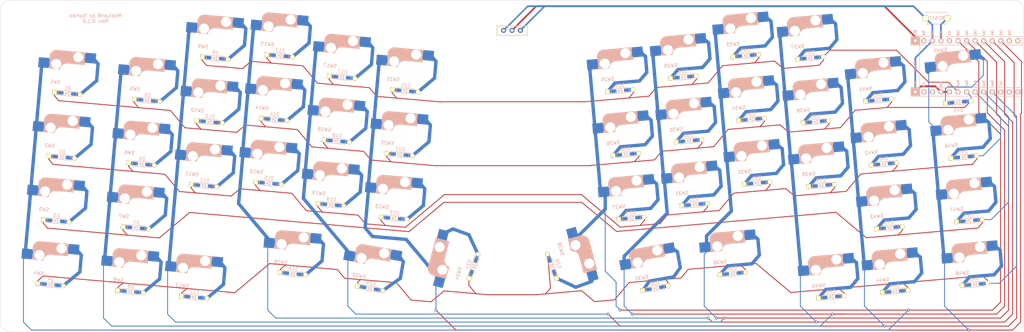
<source format=kicad_pcb>
(kicad_pcb (version 20211014) (generator pcbnew)
  (layers (0 "F.Cu" signal) (31 "B.Cu" signal) (34 "B.Paste" user) (35 "F.Paste" user) (36 "B.SilkS" user "B.Silkscreen") (37 "F.SilkS" user "F.Silkscreen") (38 "B.Mask" user) (39 "F.Mask" user) (44 "Edge.Cuts" user))
  (net 0 "")
  (net 1 "Net-(D1-Pad2)")
  (net 2 "Row1")
  (net 3 "Net-(D2-Pad2)")
  (net 4 "Row2")
  (net 5 "Net-(D3-Pad2)")
  (net 6 "Row3")
  (net 7 "Net-(D4-Pad2)")
  (net 8 "Row4")
  (net 9 "Net-(D5-Pad2)")
  (net 10 "Net-(D6-Pad2)")
  (net 11 "Net-(D7-Pad2)")
  (net 12 "Net-(D8-Pad2)")
  (net 13 "Net-(D9-Pad2)")
  (net 14 "Row0")
  (net 15 "Net-(D10-Pad2)")
  (net 16 "Net-(D11-Pad2)")
  (net 17 "Net-(D12-Pad2)")
  (net 18 "Net-(D13-Pad2)")
  (net 19 "Net-(D14-Pad2)")
  (net 20 "Net-(D15-Pad2)")
  (net 21 "Net-(D16-Pad2)")
  (net 22 "Net-(D17-Pad2)")
  (net 23 "Net-(D18-Pad2)")
  (net 24 "Net-(D19-Pad2)")
  (net 25 "Net-(D20-Pad2)")
  (net 26 "Net-(D21-Pad2)")
  (net 27 "Net-(D22-Pad2)")
  (net 28 "Net-(D23-Pad2)")
  (net 29 "Net-(D24-Pad2)")
  (net 30 "Net-(D25-Pad1)")
  (net 31 "Net-(D26-Pad1)")
  (net 32 "Net-(D27-Pad1)")
  (net 33 "Net-(D28-Pad1)")
  (net 34 "Net-(D29-Pad1)")
  (net 35 "Net-(D30-Pad1)")
  (net 36 "Net-(D31-Pad1)")
  (net 37 "Net-(D32-Pad1)")
  (net 38 "Net-(D33-Pad1)")
  (net 39 "Net-(D34-Pad1)")
  (net 40 "Net-(D35-Pad1)")
  (net 41 "Net-(D36-Pad1)")
  (net 42 "Net-(D37-Pad1)")
  (net 43 "Net-(D38-Pad1)")
  (net 44 "Net-(D39-Pad1)")
  (net 45 "Net-(D40-Pad1)")
  (net 46 "Net-(D41-Pad1)")
  (net 47 "Net-(D42-Pad1)")
  (net 48 "Net-(D43-Pad1)")
  (net 49 "Net-(D44-Pad1)")
  (net 50 "Net-(D45-Pad1)")
  (net 51 "Net-(D46-Pad1)")
  (net 52 "Net-(D47-Pad1)")
  (net 53 "Net-(D48-Pad1)")
  (net 54 "GND")
  (net 55 "Bat+")
  (net 56 "Col0")
  (net 57 "Col1")
  (net 58 "Col2")
  (net 59 "Col3")
  (net 60 "Col4")
  (net 61 "Col5")
  (net 62 "Reset")
  (net 70 "VCC")
  (footprint "kbd_SW:CherryMX_Hotswap_1u" (layer "F.Cu") (at 58.250156 98.080462 -5)
    (fp_text reference "SW8")
    (fp_text value "SW_PUSH" hide)
  )
  (footprint "kbd_Parts:Diode_TH_SMD" (layer "F.Cu") (at 206.96612 82.142991 5)
    (fp_text reference "D27")
    (fp_text value "D" hide)
  )
  (footprint "kbd_Parts:Diode_TH_SMD" (layer "F.Cu") (at 76.968364 105.683433 -5)
    (fp_text reference "D12")
    (fp_text value "D" hide)
  )
  (footprint "kbd_SW:CherryMX_Hotswap_1u" (layer "F.Cu") (at 206.360526 76.255466 5)
    (fp_text reference "SW27")
    (fp_text value "SW_PUSH" hide)
  )
  (footprint "kbd_SW:CherryMX_Hotswap_1u" (layer "F.Cu") (at 106.524087 92.742499 -5)
    (fp_text reference "SW16")
    (fp_text value "SW_PUSH" hide)
  )
  (footprint "kbd_SW:CherryMX_Hotswap_1u" (layer "F.Cu") (at 221.809861 34.267942 5)
    (fp_text reference "SW29")
    (fp_text value "SW_PUSH" hide)
  )
  (footprint "kbd_Parts:Diode_TH_SMD" (layer "F.Cu") (at 309.088946 101.892674 5)
    (fp_text reference "D48")
    (fp_text value "D" hide)
  )
  (footprint "kbd_Parts:Micon_BMP_GL" (layer "F.Cu") (at 308.37317 36.90953 90)
    (fp_text reference "U1" hide)
    (fp_text value "BLEMicroPro" hide)
  )
  (footprint "kbd_Parts:Diode_TH_SMD" (layer "F.Cu") (at 240.978028 33.750571 5)
    (fp_text reference "D33")
    (fp_text value "D" hide)
  )
  (footprint "kbd_SW:CherryMX_Hotswap_1u" (layer "F.Cu") (at 136.650667 76.255466 -5)
    (fp_text reference "SW23")
    (fp_text value "SW_PUSH" hide)
  )
  (footprint "kbd_Parts:Diode_TH_SMD" (layer "F.Cu") (at 136.391616 82.198021 -5)
    (fp_text reference "D23")
    (fp_text value "D" hide)
  )
  (footprint "kbd_SW:CherryMX_Hotswap_1u" (layer "F.Cu") (at 61.57079 60.125444 -5)
    (fp_text reference "SW6")
    (fp_text value "SW_PUSH" hide)
  )
  (footprint "kbd_Parts:Diode_TH_SMD" (layer "F.Cu") (at 263.483805 72.417623 5)
    (fp_text reference "D39")
    (fp_text value "D" hide)
  )
  (footprint "kbd_Parts:Diode_TH_SMD" (layer "F.Cu") (at 224.075844 59.13288 5)
    (fp_text reference "D30")
    (fp_text value "D" hide)
  )
  (footprint "kbd_Parts:Diode_TH_SMD" (layer "F.Cu") (at 160.047484 96.48778 70)
    (fp_text reference "D24")
    (fp_text value "D" hide)
  )
  (footprint "kbd_Parts:Diode_TH_SMD" (layer "F.Cu") (at 117.621568 78.165499 -5)
    (fp_text reference "D19")
    (fp_text value "D" hide)
  )
  (footprint "kbd_SW:CherryMX_Hotswap_1u" (layer "F.Cu") (at 81.793536 47.552629 -5)
    (fp_text reference "SW10")
    (fp_text value "SW_PUSH" hide)
  )
  (footprint "kbd_Parts:Diode_TH_SMD" (layer "F.Cu") (at 34.26879 101.947704 -5)
    (fp_text reference "D4")
    (fp_text value "D" hide)
  )
  (footprint "kbd_SW:CherryMX_Hotswap_1u" (layer "F.Cu") (at 77.227665 99.740778 -5)
    (fp_text reference "SW12")
    (fp_text value "SW_PUSH" hide)
  )
  (footprint "kbd_Parts:Diode_TH_SMD" (layer "F.Cu") (at 205.305796 63.165403 5)
    (fp_text reference "D26")
    (fp_text value "D" hide)
  )
  (footprint "kbd_Parts:Diode_TH_SMD" (layer "F.Cu") (at 57.990776 104.023109 -5)
    (fp_text reference "D8")
    (fp_text value "D" hide)
  )
  (footprint "kbd_SW:CherryMX_Hotswap_1u" (layer "F.Cu") (at 243.692925 65.818266 5)
    (fp_text reference "SW35")
    (fp_text value "SW_PUSH" hide)
  )
  (footprint "kbd_SW:CherryMX_Hotswap_1u" (layer "F.Cu") (at 203.039892 38.300448 5)
    (fp_text reference "SW25")
    (fp_text value "SW_PUSH" hide)
  )
  (footprint "kbd_Parts:Battery_XH2.5_GL_PCB" (layer "F.Cu") (at 171.45072 26.19386)
    (fp_text reference "J1")
    (fp_text value "Conn_01x02" hide)
  )
  (footprint "kbd_SW:CherryMX_Hotswap_1u" (layer "F.Cu") (at 279.780086 41.147935 5)
    (fp_text reference "SW41")
    (fp_text value "SW_PUSH" hide)
  )
  (footprint "kbd_Parts:Diode_TH_SMD" (layer "F.Cu") (at 129.264451 103.064931 -10)
    (fp_text reference "D20")
    (fp_text value "D" hide)
  )
  (footprint "kbd_SW:CherryMX_Hotswap_1u" (layer "F.Cu") (at 80.133219 66.530138 -5)
    (fp_text reference "SW11")
    (fp_text value "SW_PUSH" hide)
  )
  (footprint "kbd_SW:CherryMX_Hotswap_1u" (layer "F.Cu") (at 223.470178 53.245451 5)
    (fp_text reference "SW30")
    (fp_text value "SW_PUSH" hide)
  )
  (footprint "kbd_SW:CherryMX_Hotswap_1.5u" (layer "F.Cu") (at 308.482923 96.005065 5)
    (fp_text reference "SW48")
    (fp_text value "SW_PUSH" hide)
  )
  (footprint "kbd_Parts:Diode_TH_SMD" (layer "F.Cu") (at 280.385989 47.035313 5)
    (fp_text reference "D41")
    (fp_text value "D" hide)
  )
  (footprint "kbd_SW:CherryMX_Hotswap_1u" (layer "F.Cu") (at 121.201332 34.267942 -5)
    (fp_text reference "SW17")
    (fp_text value "SW_PUSH" hide)
  )
  (footprint "kbd_Parts:Diode_TH_SMD" (layer "F.Cu") (at 183.310252 96.43275 110)
    (fp_text reference "D28")
    (fp_text value "D" hide)
  )
  (footprint "kbd_SW:CherryMX_Hotswap_1u" (layer "F.Cu") (at 99.318268 65.818266 -5)
    (fp_text reference "SW15")
    (fp_text value "SW_PUSH" hide)
  )
  (footprint "kbd_SW:CherryMX_Hotswap_1u" (layer "F.Cu") (at 59.910473 79.102953 -5)
    (fp_text reference "SW7")
    (fp_text value "SW_PUSH" hide)
  )
  (footprint "kbd_Parts:Diode_TH_SMD" (layer "F.Cu") (at 225.736168 78.110469 5)
    (fp_text reference "D31")
    (fp_text value "D" hide)
  )
  (footprint "kbd_SW:CherryMX_Hotswap_1u" (layer "F.Cu") (at 204.700209 57.277957 5)
    (fp_text reference "SW26")
    (fp_text value "SW_PUSH" hide)
  )
  (footprint "kbd_Parts:Diode_TH_SMD" (layer "F.Cu") (at 62.971747 47.090343 -5)
    (fp_text reference "D5")
    (fp_text value "D" hide)
  )
  (footprint "kbd_SW:CherryMX_Hotswap_1.5u" (layer "F.Cu") (at 305.16229 58.050047 5)
    (fp_text reference "SW46")
    (fp_text value "SW_PUSH" hide)
  )
  (footprint "kbd_SW:CherryMX_Hotswap_1u" (layer "F.Cu") (at 281.440403 60.125444 5)
    (fp_text reference "SW42")
    (fp_text value "SW_PUSH" hide)
  )
  (footprint "kbd_Parts:Diode_TH_SMD" (layer "F.Cu") (at 59.6511 85.04552 -5)
    (fp_text reference "D7")
    (fp_text value "D" hide)
  )
  (footprint "kbd_Parts:Diode_TH_SMD" (layer "F.Cu") (at 222.41552 40.155292 5)
    (fp_text reference "D29")
    (fp_text value "D" hide)
  )
  (footprint "kbd_SW:CherryMX_Hotswap_1u" (layer "F.Cu") (at 284.761037 98.080462 5)
    (fp_text reference "SW44")
    (fp_text value "SW_PUSH" hide)
  )
  (footprint "kbd_SW:CherryMX_Hotswap_1u" (layer "F.Cu") (at 242.032608 46.840757 5)
    (fp_text reference "SW34")
    (fp_text value "SW_PUSH" hide)
  )
  (footprint "kbd_SW:CherryMX_Hotswap_2u" (layer "F.Cu") (at 154.175399 94.521103 75)
    (fp_text reference "SW24")
    (fp_text value "SW_PUSH" hide)
  )
  (footprint "kbd_SW:CherryMX_Hotswap_1u" (layer "F.Cu") (at 138.310984 57.277957 -5)
    (fp_text reference "SW22")
    (fp_text value "SW_PUSH" hide)
  )
  (footprint "kbd_SW:CherryMX_Hotswap_1u" (layer "F.Cu") (at 63.231107 41.147935 -5)
    (fp_text reference "SW5")
    (fp_text value "SW_PUSH" hide)
  )
  (footprint "kbd_SW:CherryMX_Hotswap_1.5u" (layer "F.Cu") (at 306.822606 77.027556 5)
    (fp_text reference "SW47")
    (fp_text value "SW_PUSH" hide)
  )
  (footprint "kbd_Parts:Diode_TH_SMD" (layer "F.Cu") (at 83.194579 34.517475 -5)
    (fp_text reference "D9")
    (fp_text value "D" hide)
  )
  (footprint "kbd_SW:CherryMX_Hotswap_1u" (layer "F.Cu") (at 117.880698 72.22296 -5)
    (fp_text reference "SW19")
    (fp_text value "SW_PUSH" hide)
  )
  (footprint "kbd_Parts:Diode_TH_SMD" (layer "F.Cu") (at 260.163157 34.462445 5)
    (fp_text reference "D37")
    (fp_text value "D" hide)
  )
  (footprint "kbd_SW:CherryMX_Hotswap_1u" (layer "F.Cu") (at 236.487106 92.742499 5)
    (fp_text reference "SW36")
    (fp_text value "SW_PUSH" hide)
  )
  (footprint "kbd_SW:CherryMX_Hotswap_1u" (layer "F.Cu") (at 139.971301 38.300448 -5)
    (fp_text reference "SW21")
    (fp_text value "SW_PUSH" hide)
  )
  (footprint "kbd_SW:CherryMX_Hotswap_1u" (layer "F.Cu") (at 225.130495 72.22296 5)
    (fp_text reference "SW31")
    (fp_text value "SW_PUSH" hide)
  )
  (footprint "kbd_Parts:Diode_TH_SMD" (layer "F.Cu") (at 81.534255 53.495064 -5)
    (fp_text reference "D10")
    (fp_text value "D" hide)
  )
  (footprint "kbd_Parts:Diode_TH_SMD" (layer "F.Cu") (at 283.706637 84.99049 5)
    (fp_text reference "D43")
    (fp_text value "D" hide)
  )
  (footprint "kbd_SW:CherryMX_Hotswap_1.5u" (layer "F.Cu") (at 36.188587 77.027556 -5)
    (fp_text reference "SW3")
    (fp_text value "SW_PUSH" hide)
  )
  (footprint "kbd_Parts:Diode_TH_SMD" (layer "F.Cu") (at 79.873931 72.472652 -5)
    (fp_text reference "D11")
    (fp_text value "D" hide)
  )
  (footprint "kbd_SW:CherryMX_Hotswap_1.5u" (layer "F.Cu") (at 303.501973 39.072538 5)
    (fp_text reference "SW45")
    (fp_text value "SW_PUSH" hide)
  )
  (footprint "kbd_Parts:Diode_TH_SMD" (layer "F.Cu") (at 106.264909 98.685124 -5)
    (fp_text reference "D16")
    (fp_text value "D" hide)
  )
  (footprint "kbd_Parts:Diode_TH_SMD" (layer "F.Cu") (at 120.942216 40.210321 -5)
    (fp_text reference "D17")
    (fp_text value "D" hide)
  )
  (footprint "kbd_Parts:Diode_TH_SMD" (layer "F.Cu") (at 100.719384 52.783189 -5)
    (fp_text reference "D14")
    (fp_text value "D" hide)
  )
  (footprint "kbd_Parts:Diode_TH_SMD" (layer "F.Cu") (at 203.645472 44.187814 5)
    (fp_text reference "D25")
    (fp_text value "D" hide)
  )
  (footprint "kbd_Parts:Diode_TH_SMD" (layer "F.Cu") (at 237.092827 98.630094 5)
    (fp_text reference "D36")
    (fp_text value "D" hide)
  )
  (footprint "kbd_SW:CherryMX_Hotswap_1u" (layer "F.Cu") (at 261.217657 47.552629 5)
    (fp_text reference "SW38")
    (fp_text value "SW_PUSH" hide)
  )
  (footprint "kbd_Parts:Diode_TH_SMD" (layer "F.Cu") (at 244.298676 71.705748 5)
    (fp_text reference "D35")
    (fp_text value "D" hide)
  )
  (footprint "kbd_Parts:ResetSW" (layer "F.Cu") (at 297.6575 22.62197)
    (fp_text reference "SW49" hide)
    (fp_text value "SW_PUSH")
  )
  (footprint "kbd_SW:CherryMX_Hotswap_1.5u" (layer "F.Cu") (at 39.50922 39.072538 -5)
    (fp_text reference "SW1")
    (fp_text value "SW_PUSH" hide)
  )
  (footprint "kbd_Parts:Diode_TH_SMD" (layer "F.Cu") (at 285.366961 103.968079 5)
    (fp_text reference "D44")
    (fp_text value "D" hide)
  )
  (footprint "kbd_SW:CherryMX_Hotswap_1u" (layer "F.Cu") (at 83.453853 28.57512 -5)
    (fp_text reference "SW9")
    (fp_text value "SW_PUSH" hide)
  )
  (footprint "kbd_SW:CherryMX_Hotswap_1u" (layer "F.Cu") (at 102.638902 27.863248 -5)
    (fp_text reference "SW13")
    (fp_text value "SW_PUSH" hide)
  )
  (footprint "kbd_Parts:Diode_TH_SMD" (layer "F.Cu") (at 282.046313 66.012902 5)
    (fp_text reference "D42")
    (fp_text value "D" hide)
  )
  (footprint "kbd_SW:CherryMX_Hotswap_1u" (layer "F.Cu") (at 265.783528 99.740778 5)
    (fp_text reference "SW40")
    (fp_text value "SW_PUSH" hide)
  )
  (footprint "kbd_Parts:Diode_TH_SMD" (layer "F.Cu") (at 304.107975 47.6252 5)
    (fp_text reference "D45")
    (fp_text value "D" hide)
  )
  (footprint "kbd_SW:CherryMX_Hotswap_1u" (layer "F.Cu") (at 259.55734 28.57512 5)
    (fp_text reference "SW37")
    (fp_text value "SW_PUSH" hide)
  )
  (footprint "kbd_SW:CherryMX_Hotswap_1u" (layer "F.Cu") (at 240.372291 27.863248 5)
    (fp_text reference "SW33")
    (fp_text value "SW_PUSH" hide)
  )
  (footprint "kbd_Parts:Diode_TH_SMD" (layer "F.Cu") (at 305.768299 63.937497 5)
    (fp_text reference "D46")
    (fp_text value "D" hide)
  )
  (footprint "kbd_Parts:Diode_TH_SMD" (layer "F.Cu") (at 307.428623 82.915085 5)
    (fp_text reference "D47")
    (fp_text value "D" hide)
  )
  (footprint "kbd_Parts:Diode_TH_SMD" (layer "F.Cu") (at 119.281892 59.18791 -5)
    (fp_text reference "D18")
    (fp_text value "D" hide)
  )
  (footprint "kbd_SW:CherryMX_Hotswap_2u" (layer "F.Cu") (at 188.835794 94.521103 -75)
    (fp_text reference "SW28")
    (fp_text value "SW_PUSH" hide)
  )
  (footprint "kbd_SW:CherryMX_Hotswap_1u" (layer "F.Cu") (at 119.541015 53.245451 -5)
    (fp_text reference "SW18")
    (fp_text value "SW_PUSH" hide)
  )
  (footprint "kbd_Parts:Diode_TH_SMD" (layer "F.Cu") (at 37.589438 63.992526 -5)
    (fp_text reference "D2")
    (fp_text value "D" hide)
  )
  (footprint "kbd_Parts:Diode_TH_SMD" (layer "F.Cu") (at 261.823481 53.440034 5)
    (fp_text reference "D38")
    (fp_text value "D" hide)
  )
  (footprint "kbd_Parts:Diode_TH_SMD" (layer "F.Cu") (at 39.249761 45.014938 -5)
    (fp_text reference "D1")
    (fp_text value "D" hide)
  )
  (footprint "kbd_Parts:Diode_TH_SMD" (layer "F.Cu") (at 35.929114 82.970115 -5)
    (fp_text reference "D3")
    (fp_text value "D" hide)
  )
  (footprint "kbd_Parts:Diode_TH_SMD" (layer "F.Cu") (at 266.389372 105.628403 5)
    (fp_text reference "D40")
    (fp_text value "D" hide)
  )
  (footprint "kbd_Parts:Diode_TH_SMD" (layer "F.Cu") (at 242.638352 52.728159 5)
    (fp_text reference "D34")
    (fp_text value "D" hide)
  )
  (footprint "kbd_Parts:Diode_TH_SMD" (layer "F.Cu") (at 61.311423 66.067931 -5)
    (fp_text reference "D6")
    (fp_text value "D" hide)
  )
  (footprint "kbd_SW:CherryMX_Hotswap_1u" (layer "F.Cu") (at 262.877974 66.530138 5)
    (fp_text reference "SW39")
    (fp_text value "SW_PUSH" hide)
  )
  (footprint "kbd_SW:CherryMX_Hotswap_1.5u" (layer "F.Cu") (at 37.848903 58.050047 -5)
    (fp_text reference "SW2")
    (fp_text value "SW_PUSH" hide)
  )
  (footprint "kbd_SW:CherryMX_Hotswap_1u" (layer "F.Cu") (at 100.978585 46.840757 -5)
    (fp_text reference "SW14")
    (fp_text value "SW_PUSH" hide)
  )
  (footprint "kbd_Parts:Diode_TH_SMD" (layer "F.Cu") (at 138.05194 63.220432 -5)
    (fp_text reference "D22")
    (fp_text value "D" hide)
  )
  (footprint "kbd_Parts:Diode_TH_SMD" (layer "F.Cu") (at 102.379708 33.8056 -5)
    (fp_text reference "D13")
    (fp_text value "D" hide)
  )
  (footprint "kbd_Parts:Diode_TH_SMD" (layer "F.Cu") (at 214.093285 103.009901 10)
    (fp_text reference "D32")
    (fp_text value "D" hide)
  )
  (footprint "kbd_Parts:Diode_TH_SMD" (layer "F.Cu") (at 139.712264 44.242844 -5)
    (fp_text reference "D21")
    (fp_text value "D" hide)
  )
  (footprint "kbd_SW:CherryMX_Hotswap_1u" (layer "F.Cu") (at 212.97276 97.190084 10)
    (fp_text reference "SW32")
    (fp_text value "SW_PUSH" hide)
  )
  (footprint "kbd_Parts:Diode_TH_SMD" (layer "F.Cu") (at 99.05906 71.760778 -5)
    (fp_text reference "D15")
    (fp_text value "D" hide)
  )
  (footprint "kbd_SW:CherryMX_Hotswap_1u" (layer "F.Cu") (at 130.038433 97.190084 -10)
    (fp_text reference "SW20")
    (fp_text value "SW_PUSH" hide)
  )
  (footprint "kbd_SW:CherryMX_Hotswap_1u" (layer "F.Cu") (at 283.10072 79.102953 5)
    (fp_text reference "SW43")
    (fp_text value "SW_PUSH" hide)
  )
  (footprint "kbd_SW:CherryMX_Hotswap_1.5u" (layer "F.Cu") (at 34.52827 96.005065 -5)
    (fp_text reference "SW4")
    (fp_text value "SW_PUSH" hide)
  )
  (gr_arc (start 22.275 116.05) (mid 20.15368 115.17132) (end 19.275 113.05) (layer "Edge.Cuts") (width 0.1))
  (gr_arc (start 19.275 20.25) (mid 20.15368 18.12868) (end 22.275 17.25) (layer "Edge.Cuts") (width 0.1))
  (gr_arc (start 323.625 113.05) (mid 322.74632 115.17132) (end 320.625 116.05) (layer "Edge.Cuts") (width 0.1))
  (gr_arc (start 320.625 17.25) (mid 322.74632 18.12868) (end 323.625 20.25) (layer "Edge.Cuts") (width 0.1))
  (gr_line (start 19.275 20.25) (end 19.275 113.05) (layer "Edge.Cuts") (width 0.1))
  (gr_line (start 320.625 17.25) (end 22.275 17.25) (layer "Edge.Cuts") (width 0.1))
  (gr_line (start 323.625 20.25) (end 323.625 113.05) (layer "Edge.Cuts") (width 0.1))
  (gr_line (start 22.275 116.05) (end 320.625 116.05) (layer "Edge.Cuts") (width 0.1))
  (gr_text "Mobius48 by tbando\nRev: 0.1.0" (at 47.6252 22.62197) (layer "B.SilkS") (effects (font (size 1 1)) (justify mirror)))
  (segment (start 47.946785 41.234136) (end 43.045263 45.347001) (width 1) (layer "B.Cu") (net 1))
  (segment (start 45.893641 34.480945) (end 46.975499 34.575595) (width 1) (layer "B.Cu") (net 1))
  (segment (start 43.045263 45.347001) (end 41.018007 45.169639) (width 1) (layer "B.Cu") (net 1))
  (segment (start 46.975499 34.575595) (end 48.382618 36.252535) (width 1) (layer "B.Cu") (net 1))
  (segment (start 48.382618 36.252535) (end 47.946785 41.234136) (width 1) (layer "B.Cu") (net 1))
  (segment (start 116.702153 61.352568) (end 127.377047 62.2865) (width 0.25) (layer "F.Cu") (net 2))
  (segment (start 235.729297 55.722979) (end 231.399981 60.882457) (width 0.25) (layer "F.Cu") (net 2))
  (segment (start 148.519293 66.526563) (end 194.968965 66.526563) (width 0.25) (layer "F.Cu") (net 2))
  (segment (start 69.880803 50.085163) (end 74.210119 55.244641) (width 0.25) (layer "F.Cu") (net 2))
  (segment (start 209.184315 63.782235) (end 207.885535 65.330061) (width 0.25) (layer "F.Cu") (net 2))
  (segment (start 59.176246 46.758279) (end 59.093228 47.707175) (width 0.25) (layer "F.Cu") (net 2))
  (segment (start 98.139645 54.947847) (end 106.44234 55.674239) (width 0.25) (layer "F.Cu") (net 2))
  (segment (start 60.392008 49.255001) (end 69.880803 50.085163) (width 0.25) (layer "F.Cu") (net 2))
  (segment (start 236.915396 55.619209) (end 235.729297 55.722979) (width 0.25) (layer "F.Cu") (net 2))
  (segment (start 106.44234 55.674239) (end 107.628439 55.778009) (width 0.25) (layer "F.Cu") (net 2))
  (segment (start 96.840865 53.400021) (end 98.139645 54.947847) (width 0.25) (layer "F.Cu") (net 2))
  (segment (start 134.256438 62.888369) (end 134.173421 63.837264) (width 0.25) (layer "F.Cu") (net 2))
  (segment (start 284.264508 47.652145) (end 282.965728 49.199971) (width 0.25) (layer "F.Cu") (net 2))
  (segment (start 74.210119 55.244641) (end 89.62941 56.593654) (width 0.25) (layer "F.Cu") (net 2))
  (segment (start 107.628439 55.778009) (end 111.957756 60.937487) (width 0.25) (layer "F.Cu") (net 2))
  (segment (start 77.738753 53.163) (end 77.655736 54.111896) (width 0.25) (layer "F.Cu") (net 2))
  (segment (start 115.403373 59.804742) (end 116.702153 61.352568) (width 0.25) (layer "F.Cu") (net 2))
  (segment (start 215.98069 62.231471) (end 213.816032 64.81121) (width 0.25) (layer "F.Cu") (net 2))
  (segment (start 305.996643 49.199971) (end 307.903477 47.293137) (width 0.25) (layer "F.Cu") (net 2))
  (segment (start 96.923882 52.451126) (end 96.840865 53.400021) (width 0.25) (layer "F.Cu") (net 2))
  (segment (start 213.816032 64.81121) (end 195.041784 66.453744) (width 0.25) (layer "F.Cu") (net 2))
  (segment (start 265.618983 53.107971) (end 265.702001 54.056866) (width 0.25) (layer "F.Cu") (net 2))
  (segment (start 89.62941 56.593654) (end 92.209149 54.428996) (width 0.25) (layer "F.Cu") (net 2))
  (segment (start 111.957756 60.937487) (end 116.702153 61.352568) (width 0.25) (layer "F.Cu") (net 2))
  (segment (start 245.218091 54.892817) (end 236.915396 55.619209) (width 0.25) (layer "F.Cu") (net 2))
  (segment (start 129.541705 64.866239) (end 148.519293 66.526563) (width 0.25) (layer "F.Cu") (net 2))
  (segment (start 127.377047 62.2865) (end 129.541705 64.866239) (width 0.25) (layer "F.Cu") (net 2))
  (segment (start 282.965728 49.199971) (end 273.476934 50.030133) (width 0.25) (layer "F.Cu") (net 2))
  (segment (start 134.173421 63.837264) (end 135.472201 65.385091) (width 0.25) (layer "F.Cu") (net 2))
  (segment (start 35.371242 45.63177) (end 36.670022 47.179596) (width 0.25) (layer "F.Cu") (net 2))
  (segment (start 269.147617 55.189611) (end 253.728327 56.538624) (width 0.25) (layer "F.Cu") (net 2))
  (segment (start 226.655583 61.297538) (end 215.98069 62.231471) (width 0.25) (layer "F.Cu") (net 2))
  (segment (start 115.48639 58.855847) (end 115.403373 59.804742) (width 0.25) (layer "F.Cu") (net 2))
  (segment (start 194.968965 66.526563) (end 195.041784 66.453744) (width 0.25) (layer "F.Cu") (net 2))
  (segment (start 246.433854 52.396096) (end 246.516871 53.344991) (width 0.25) (layer "F.Cu") (net 2))
  (segment (start 227.954364 59.749712) (end 226.655583 61.297538) (width 0.25) (layer "F.Cu") (net 2))
  (segment (start 246.516871 53.344991) (end 245.218091 54.892817) (width 0.25) (layer "F.Cu") (net 2))
  (segment (start 273.476934 50.030133) (end 269.147617 55.189611) (width 0.25) (layer "F.Cu") (net 2))
  (segment (start 251.148588 54.373966) (end 245.218091 54.892817) (width 0.25) (layer "F.Cu") (net 2))
  (segment (start 284.181491 46.70325) (end 284.264508 47.652145) (width 0.25) (layer "F.Cu") (net 2))
  (segment (start 59.093228 47.707175) (end 60.392008 49.255001) (width 0.25) (layer "F.Cu") (net 2))
  (segment (start 209.101298 62.833339) (end 209.184315 63.782235) (width 0.25) (layer "F.Cu") (net 2))
  (segment (start 282.965728 49.199971) (end 305.996643 49.199971) (width 0.25) (layer "F.Cu") (net 2))
  (segment (start 36.670022 47.179596) (end 60.392008 49.255001) (width 0.25) (layer "F.Cu") (net 2))
  (segment (start 231.399981 60.882457) (end 226.655583 61.297538) (width 0.25) (layer "F.Cu") (net 2))
  (segment (start 77.655736 54.111896) (end 78.954516 55.659722) (width 0.25) (layer "F.Cu") (net 2))
  (segment (start 253.728327 56.538624) (end 251.148588 54.373966) (width 0.25) (layer "F.Cu") (net 2))
  (segment (start 265.702001 54.056866) (end 264.40322 55.604692) (width 0.25) (layer "F.Cu") (net 2))
  (segment (start 35.45426 44.682874) (end 35.371242 45.63177) (width 0.25) (layer "F.Cu") (net 2))
  (segment (start 92.209149 54.428996) (end 98.139645 54.947847) (width 0.25) (layer "F.Cu") (net 2))
  (segment (start 227.871346 58.800817) (end 227.954364 59.749712) (width 0.25) (layer "F.Cu") (net 2))
  (segment (start 307.903477 45.874237) (end 306.59517 44.56593) (width 0.25) (layer "B.Cu") (net 2))
  (segment (start 282.154235 46.880612) (end 284.181491 46.70325) (width 1) (layer "B.Cu") (net 2))
  (segment (start 263.591727 53.285333) (end 265.618983 53.107971) (width 1) (layer "B.Cu") (net 2))
  (segment (start 59.176246 46.758279) (end 61.203502 46.935641) (width 1) (layer "B.Cu") (net 2))
  (segment (start 134.256438 62.888369) (end 136.283695 63.065731) (width 1) (layer "B.Cu") (net 2))
  (segment (start 77.738753 53.163) (end 79.766009 53.340362) (width 1) (layer "B.Cu") (net 2))
  (segment (start 117.513646 59.033209) (end 115.48639 58.855847) (width 1) (layer "B.Cu") (net 2))
  (segment (start 96.923882 52.451126) (end 98.951139 52.628487) (width 1) (layer "B.Cu") (net 2))
  (segment (start 244.406598 52.573458) (end 246.433854 52.396096) (width 1) (layer "B.Cu") (net 2))
  (segment (start 305.809696 47.484159) (end 307.836953 47.306797) (width 1) (layer "B.Cu") (net 2))
  (segment (start 307.903477 47.293137) (end 307.903477 45.874237) (width 0.25) (layer "B.Cu") (net 2))
  (segment (start 35.45426 44.682874) (end 37.481516 44.860236) (width 1) (layer "B.Cu") (net 2))
  (segment (start 207.074042 63.010701) (end 209.101298 62.833339) (width 1) (layer "B.Cu") (net 2))
  (segment (start 225.84409 58.978179) (end 227.871346 58.800817) (width 1) (layer "B.Cu") (net 2))
  (segment (start 44.233324 53.458454) (end 45.315102 53.553097) (width 1) (layer "B.Cu") (net 3))
  (segment (start 46.286461 60.211725) (end 41.384939 64.32459) (width 1) (layer "B.Cu") (net 3))
  (segment (start 45.315102 53.553097) (end 46.722295 55.230124) (width 1) (layer "B.Cu") (net 3))
  (segment (start 41.384939 64.32459) (end 39.357683 64.147228) (width 1) (layer "B.Cu") (net 3))
  (segment (start 46.722295 55.230124) (end 46.286461 60.211725) (width 1) (layer "B.Cu") (net 3))
  (segment (start 215.476355 83.788798) (end 203.615363 84.826501) (width 0.25) (layer "F.Cu") (net 4))
  (segment (start 252.808911 73.351555) (end 246.878415 73.870406) (width 0.25) (layer "F.Cu") (net 4))
  (segment (start 246.878415 73.870406) (end 238.57572 74.596798) (width 0.25) (layer "F.Cu") (net 4))
  (segment (start 105.968116 74.755598) (end 110.297432 79.915076) (width 0.25) (layer "F.Cu") (net 4))
  (segment (start 308.348038 66.102155) (end 284.626052 68.17756) (width 0.25) (layer "F.Cu") (net 4))
  (segment (start 267.279307 72.085559) (end 267.362324 73.034455) (width 0.25) (layer "F.Cu") (net 4))
  (segment (start 95.263559 71.428714) (end 95.180541 72.37761) (width 0.25) (layer "F.Cu") (net 4))
  (segment (start 229.614688 78.727301) (end 228.315907 80.275127) (width 0.25) (layer "F.Cu") (net 4))
  (segment (start 229.53167 77.778406) (end 229.614688 78.727301) (width 0.25) (layer "F.Cu") (net 4))
  (segment (start 35.009698 66.157185) (end 58.731684 68.232589) (width 0.25) (layer "F.Cu") (net 4))
  (segment (start 76.078429 72.140589) (end 75.995412 73.089484) (width 0.25) (layer "F.Cu") (net 4))
  (segment (start 228.315907 80.275127) (end 217.641014 81.209059) (width 0.25) (layer "F.Cu") (net 4))
  (segment (start 33.710918 64.609358) (end 35.009698 66.157185) (width 0.25) (layer "F.Cu") (net 4))
  (segment (start 57.432904 66.684763) (end 58.731684 68.232589) (width 0.25) (layer "F.Cu") (net 4))
  (segment (start 210.844639 82.759823) (end 209.545859 84.30765) (width 0.25) (layer "F.Cu") (net 4))
  (segment (start 309.646818 64.554329) (end 308.348038 66.102155) (width 0.25) (layer "F.Cu") (net 4))
  (segment (start 210.761622 81.810928) (end 210.844639 82.759823) (width 0.25) (layer "F.Cu") (net 4))
  (segment (start 125.716723 81.264089) (end 127.881381 83.843828) (width 0.25) (layer "F.Cu") (net 4))
  (segment (start 233.060304 79.860046) (end 228.315907 80.275127) (width 0.25) (layer "F.Cu") (net 4))
  (segment (start 90.548825 73.406585) (end 96.479321 73.925436) (width 0.25) (layer "F.Cu") (net 4))
  (segment (start 285.841815 65.680838) (end 285.924832 66.629734) (width 0.25) (layer "F.Cu") (net 4))
  (segment (start 309.5638 63.605433) (end 309.646818 64.554329) (width 0.25) (layer "F.Cu") (net 4))
  (segment (start 113.826066 77.833435) (end 113.743049 78.782331) (width 0.25) (layer "F.Cu") (net 4))
  (segment (start 57.515922 65.735868) (end 57.432904 66.684763) (width 0.25) (layer "F.Cu") (net 4))
  (segment (start 191.951507 75.140569) (end 192.006537 75.085539) (width 0.25) (layer "F.Cu") (net 4))
  (segment (start 72.549795 74.222229) (end 87.969086 75.571243) (width 0.25) (layer "F.Cu") (net 4))
  (segment (start 104.782016 74.651827) (end 105.968116 74.755598) (width 0.25) (layer "F.Cu") (net 4))
  (segment (start 284.626052 68.17756) (end 275.137258 69.007722) (width 0.25) (layer "F.Cu") (net 4))
  (segment (start 217.641014 81.209059) (end 215.476355 83.788798) (width 0.25) (layer "F.Cu") (net 4))
  (segment (start 270.807941 74.1672) (end 255.38865 75.516213) (width 0.25) (layer "F.Cu") (net 4))
  (segment (start 267.362324 73.034455) (end 266.063544 74.582281) (width 0.25) (layer "F.Cu") (net 4))
  (segment (start 68.220479 69.062751) (end 72.549795 74.222229) (width 0.25) (layer "F.Cu") (net 4))
  (segment (start 151.351199 75.140569) (end 191.951507 75.140569) (width 0.25) (layer "F.Cu") (net 4))
  (segment (start 75.995412 73.089484) (end 77.294192 74.63731) (width 0.25) (layer "F.Cu") (net 4))
  (segment (start 127.881381 83.843828) (end 139.742374 84.88153) (width 0.25) (layer "F.Cu") (net 4))
  (segment (start 58.731684 68.232589) (end 68.220479 69.062751) (width 0.25) (layer "F.Cu") (net 4))
  (segment (start 139.742374 84.88153) (end 151.351199 75.140569) (width 0.25) (layer "F.Cu") (net 4))
  (segment (start 132.596114 81.865958) (end 132.513097 82.814853) (width 0.25) (layer "F.Cu") (net 4))
  (segment (start 113.743049 78.782331) (end 115.041829 80.330157) (width 0.25) (layer "F.Cu") (net 4))
  (segment (start 238.57572 74.596798) (end 237.389621 74.700568) (width 0.25) (layer "F.Cu") (net 4))
  (segment (start 237.389621 74.700568) (end 233.060304 79.860046) (width 0.25) (layer "F.Cu") (net 4))
  (segment (start 248.177195 72.32258) (end 246.878415 73.870406) (width 0.25) (layer "F.Cu") (net 4))
  (segment (start 132.513097 82.814853) (end 133.811877 84.362679) (width 0.25) (layer "F.Cu") (net 4))
  (segment (start 203.615363 84.826501) (end 192.006537 75.085539) (width 0.25) (layer "F.Cu") (net 4))
  (segment (start 285.924832 66.629734) (end 284.626052 68.17756) (width 0.25) (layer "F.Cu") (net 4))
  (segment (start 87.969086 75.571243) (end 90.548825 73.406585) (width 0.25) (layer "F.Cu") (net 4))
  (segment (start 33.793936 63.660463) (end 33.710918 64.609358) (width 0.25) (layer "F.Cu") (net 4))
  (segment (start 96.479321 73.925436) (end 104.782016 74.651827) (width 0.25) (layer "F.Cu") (net 4))
  (segment (start 95.180541 72.37761) (end 96.479321 73.925436) (width 0.25) (layer "F.Cu") (net 4))
  (segment (start 275.137258 69.007722) (end 270.807941 74.1672) (width 0.25) (layer "F.Cu") (net 4))
  (segment (start 115.041829 80.330157) (end 125.716723 81.264089) (width 0.25) (layer "F.Cu") (net 4))
  (segment (start 255.38865 75.516213) (end 252.808911 73.351555) (width 0.25) (layer "F.Cu") (net 4))
  (segment (start 248.094178 71.373685) (end 248.177195 72.32258) (width 0.25) (layer "F.Cu") (net 4))
  (segment (start 110.297432 79.915076) (end 115.041829 80.330157) (width 0.25) (layer "F.Cu") (net 4))
  (segment (start 283.814558 65.8582) (end 285.841815 65.680838) (width 1) (layer "B.Cu") (net 4))
  (segment (start 76.078429 72.140589) (end 78.105686 72.317951) (width 1) (layer "B.Cu") (net 4))
  (segment (start 113.826066 77.833435) (end 115.853322 78.010797) (width 1) (layer "B.Cu") (net 4))
  (segment (start 208.734366 81.98829) (end 210.761622 81.810928) (width 1) (layer "B.Cu") (net 4))
  (segment (start 309.13517 44.56593) (end 316.70758 52.13834) (width 0.25) (layer "B.Cu") (net 4))
  (segment (start 95.263559 71.428714) (end 97.290815 71.606076) (width 1) (layer "B.Cu") (net 4))
  (segment (start 57.515922 65.735868) (end 59.543178 65.91323) (width 1) (layer "B.Cu") (net 4))
  (segment (start 35.821192 63.837825) (end 33.793936 63.660463) (width 1) (layer "B.Cu") (net 4))
  (segment (start 307.536544 63.782795) (end 309.5638 63.605433) (width 1) (layer "B.Cu") (net 4))
  (segment (start 246.066921 71.551047) (end 248.094178 71.373685) (width 1) (layer "B.Cu") (net 4))
  (segment (start 132.596114 81.865958) (end 134.623371 82.04332) (width 1) (layer "B.Cu") (net 4))
  (segment (start 316.70758 52.13834) (end 316.70758 58.34087) (width 0.25) (layer "B.Cu") (net 4))
  (segment (start 265.252051 72.262921) (end 267.279307 72.085559) (width 1) (layer "B.Cu") (net 4))
  (segment (start 227.504414 77.955768) (end 229.53167 77.778406) (width 1) (layer "B.Cu") (net 4))
  (segment (start 316.70758 58.34087) (end 311.443016 63.605434) (width 0.25) (layer "B.Cu") (net 4))
  (segment (start 311.443016 63.605434) (end 309.563801 63.605434) (width 0.25) (layer "B.Cu") (net 4))
  (segment (start 44.626137 79.189314) (end 39.724615 83.302179) (width 1) (layer "B.Cu") (net 5))
  (segment (start 45.061971 74.207712) (end 44.626137 79.189314) (width 1) (layer "B.Cu") (net 5))
  (segment (start 43.654706 72.530599) (end 45.061971 74.207712) (width 1) (layer "B.Cu") (net 5))
  (segment (start 42.573009 72.435963) (end 43.654706 72.530599) (width 1) (layer "B.Cu") (net 5))
  (segment (start 39.724615 83.302179) (end 37.697359 83.124817) (width 1) (layer "B.Cu") (net 5))
  (segment (start 55.855598 84.713457) (end 55.77258 85.662352) (width 0.25) (layer "F.Cu") (net 6))
  (segment (start 66.560155 88.04034) (end 75.589242 80.464037) (width 0.25) (layer "F.Cu") (net 6))
  (segment (start 151.198689 77.457738) (end 151.143659 77.512768) (width 0.25) (layer "F.Cu") (net 6))
  (segment (start 286.286376 87.155148) (end 276.797581 87.98531) (width 0.25) (layer "F.Cu") (net 6))
  (segment (start 311.224124 82.583022) (end 311.307142 83.531917) (width 0.25) (layer "F.Cu") (net 6))
  (segment (start 287.585156 85.607322) (end 286.286376 87.155148) (width 0.25) (layer "F.Cu") (net 6))
  (segment (start 55.77258 85.662352) (end 57.07136 87.210178) (width 0.25) (layer "F.Cu") (net 6))
  (segment (start 287.502138 84.658427) (end 287.585156 85.607322) (width 0.25) (layer "F.Cu") (net 6))
  (segment (start 311.307142 83.531917) (end 310.008362 85.079744) (width 0.25) (layer "F.Cu") (net 6))
  (segment (start 140.824703 86.1714) (end 151.143659 77.512768) (width 0.25) (layer "F.Cu") (net 6))
  (segment (start 202.533033 86.11637) (end 192.214077 77.457738) (width 0.25) (layer "F.Cu") (net 6))
  (segment (start 33.349375 85.134773) (end 57.07136 87.210178) (width 0.25) (layer "F.Cu") (net 6))
  (segment (start 310.008362 85.079744) (end 286.286376 87.155148) (width 0.25) (layer "F.Cu") (net 6))
  (segment (start 57.07136 87.210178) (end 66.560155 88.04034) (width 0.25) (layer "F.Cu") (net 6))
  (segment (start 192.214077 77.457738) (end 151.198689 77.457738) (width 0.25) (layer "F.Cu") (net 6))
  (segment (start 276.797581 87.98531) (end 267.768495 80.409007) (width 0.25) (layer "F.Cu") (net 6))
  (segment (start 267.768495 80.409007) (end 202.533033 86.11637) (width 0.25) (layer "F.Cu") (net 6))
  (segment (start 75.589242 80.464037) (end 140.824703 86.1714) (width 0.25) (layer "F.Cu") (net 6))
  (segment (start 32.133612 82.638052) (end 32.050594 83.586947) (width 0.25) (layer "F.Cu") (net 6))
  (segment (start 32.050594 83.586947) (end 33.349375 85.134773) (width 0.25) (layer "F.Cu") (net 6))
  (segment (start 285.474882 84.835789) (end 287.502138 84.658427) (width 1) (layer "B.Cu") (net 6))
  (segment (start 313.896768 82.583022) (end 311.224125 82.583022) (width 0.25) (layer "B.Cu") (net 6))
  (segment (start 34.160868 82.815414) (end 32.133612 82.638052) (width 1) (layer "B.Cu") (net 6))
  (segment (start 311.67517 44.56593) (end 319.08884 51.9796) (width 0.25) (layer "B.Cu") (net 6))
  (segment (start 319.08884 51.9796) (end 319.08884 77.39095) (width 0.25) (layer "B.Cu") (net 6))
  (segment (start 309.196868 82.760384) (end 311.224124 82.583022) (width 1) (layer "B.Cu") (net 6))
  (segment (start 55.855598 84.713457) (end 57.882854 84.890819) (width 1) (layer "B.Cu") (net 6))
  (segment (start 319.08884 77.39095) (end 313.896768 82.583022) (width 0.25) (layer "B.Cu") (net 6))
  (segment (start 38.064292 102.279767) (end 36.037035 102.102405) (width 1) (layer "B.Cu") (net 7))
  (segment (start 41.994309 91.508101) (end 43.401647 93.185301) (width 1) (layer "B.Cu") (net 7))
  (segment (start 42.965813 98.166902) (end 38.064292 102.279767) (width 1) (layer "B.Cu") (net 7))
  (segment (start 40.912691 91.413472) (end 41.994309 91.508101) (width 1) (layer "B.Cu") (net 7))
  (segment (start 43.401647 93.185301) (end 42.965813 98.166902) (width 1) (layer "B.Cu") (net 7))
  (segment (start 201.924929 106.487599) (end 206.254245 101.328121) (width 0.25) (layer "F.Cu") (net 8))
  (segment (start 74.803706 103.103693) (end 89.036898 104.348936) (width 0.25) (layer "F.Cu") (net 8))
  (segment (start 192.124824 103.759463) (end 195.994433 107.00645) (width 0.25) (layer "F.Cu") (net 8))
  (segment (start 268.55403 103.048664) (end 254.320838 104.293907) (width 0.25) (layer "F.Cu") (net 8))
  (segment (start 147.363304 107.06148) (end 151.232912 103.814493) (width 0.25) (layer "F.Cu") (net 8))
  (segment (start 54.278291 102.74215) (end 55.826118 101.44337) (width 0.25) (layer "F.Cu") (net 8))
  (segment (start 312.884448 101.560611) (end 312.801431 100.611715) (width 0.25) (layer "F.Cu") (net 8))
  (segment (start 160.721707 104.644654) (end 164.280004 104.955965) (width 0.25) (layer "F.Cu") (net 8))
  (segment (start 102.469408 98.353061) (end 102.552425 97.404165) (width 0.25) (layer "F.Cu") (net 8))
  (segment (start 206.254245 101.328121) (end 216.929139 100.394188) (width 0.25) (layer "F.Cu") (net 8))
  (segment (start 164.280004 104.955965) (end 179.022703 104.955965) (width 0.25) (layer "F.Cu") (net 8))
  (segment (start 151.232912 103.814493) (end 160.721707 104.644654) (width 0.25) (layer "F.Cu") (net 8))
  (segment (start 287.531619 101.38834) (end 268.55403 103.048664) (width 0.25) (layer "F.Cu") (net 8))
  (segment (start 240.888329 98.298031) (end 240.805311 97.349136) (width 0.25) (layer "F.Cu") (net 8))
  (segment (start 217.733489 101.069118) (end 216.929139 100.394188) (width 0.25) (layer "F.Cu") (net 8))
  (segment (start 30.473288 101.61564) (end 30.556306 100.666745) (width 0.25) (layer "F.Cu") (net 8))
  (segment (start 244.001882 95.635274) (end 239.257485 96.050355) (width 0.25) (layer "F.Cu") (net 8))
  (segment (start 289.162462 103.636016) (end 289.079445 102.68712) (width 0.25) (layer "F.Cu") (net 8))
  (segment (start 289.079445 102.68712) (end 287.531619 101.38834) (width 0.25) (layer "F.Cu") (net 8))
  (segment (start 119.519542 97.454398) (end 121.6842 100.034137) (width 0.25) (layer "F.Cu") (net 8))
  (segment (start 179.077732 104.900936) (end 192.124824 103.759463) (width 0.25) (layer "F.Cu") (net 8))
  (segment (start 54.195274 103.691045) (end 54.278291 102.74215) (width 0.25) (layer "F.Cu") (net 8))
  (segment (start 55.826118 101.44337) (end 74.803706 103.103693) (width 0.25) (layer "F.Cu") (net 8))
  (segment (start 158.744387 100.068008) (end 158.568488 102.078548) (width 0.25) (layer "F.Cu") (net 8))
  (segment (start 182.89267 102.974005) (end 181.44993 104.693395) (width 0.25) (layer "F.Cu") (net 8))
  (segment (start 270.101856 104.347444) (end 268.55403 103.048664) (width 0.25) (layer "F.Cu") (net 8))
  (segment (start 32.104132 99.367965) (end 55.826118 101.44337) (width 0.25) (layer "F.Cu") (net 8))
  (segment (start 121.6842 100.034137) (end 126.428597 100.449218) (width 0.25) (layer "F.Cu") (net 8))
  (segment (start 239.257485 96.050355) (end 223.838194 97.399368) (width 0.25) (layer "F.Cu") (net 8))
  (segment (start 254.320838 104.293907) (end 244.001882 95.635274) (width 0.25) (layer "F.Cu") (net 8))
  (segment (start 195.994433 107.00645) (end 201.924929 106.487599) (width 0.25) (layer "F.Cu") (net 8))
  (segment (start 30.556306 100.666745) (end 32.104132 99.367965) (width 0.25) (layer "F.Cu") (net 8))
  (segment (start 158.568488 102.078548) (end 160.721707 104.644654) (width 0.25) (layer "F.Cu") (net 8))
  (segment (start 240.805311 97.349136) (end 239.257485 96.050355) (width 0.25) (layer "F.Cu") (net 8))
  (segment (start 89.036898 104.348936) (end 99.355854 95.690304) (width 0.25) (layer "F.Cu") (net 8))
  (segment (start 311.253605 99.312935) (end 287.531619 101.38834) (width 0.25) (layer "F.Cu") (net 8))
  (segment (start 312.801431 100.611715) (end 311.253605 99.312935) (width 0.25) (layer "F.Cu") (net 8))
  (segment (start 126.428597 100.449218) (end 137.103491 101.38315) (width 0.25) (layer "F.Cu") (net 8))
  (segment (start 125.512333 102.403331) (end 125.624248 101.124148) (width 0.25) (layer "F.Cu") (net 8))
  (segment (start 102.552425 97.404165) (end 104.100251 96.105385) (width 0.25) (layer "F.Cu") (net 8))
  (segment (start 179.022703 104.955965) (end 179.077732 104.900936) (width 0.25) (layer "F.Cu") (net 8))
  (segment (start 182.007155 92.852522) (end 182.89267 102.974005) (width 0.25) (layer "F.Cu") (net 8))
  (segment (start 99.355854 95.690304) (end 104.100251 96.105385) (width 0.25) (layer "F.Cu") (net 8))
  (segment (start 270.184874 105.29634) (end 270.101856 104.347444) (width 0.25) (layer "F.Cu") (net 8))
  (segment (start 137.103491 101.38315) (end 141.432807 106.542628) (width 0.25) (layer "F.Cu") (net 8))
  (segment (start 73.172863 105.351369) (end 73.25588 104.402474) (width 0.25) (layer "F.Cu") (net 8))
  (segment (start 223.838194 97.399368) (end 221.673536 99.979108) (width 0.25) (layer "F.Cu") (net 8))
  (segment (start 73.25588 104.402474) (end 74.803706 103.103693) (width 0.25) (layer "F.Cu") (net 8))
  (segment (start 221.673536 99.979108) (end 216.929139 100.394188) (width 0.25) (layer "F.Cu") (net 8))
  (segment (start 217.845403 102.348302) (end 217.733489 101.069118) (width 0.25) (layer "F.Cu") (net 8))
  (segment (start 141.432807 106.542628) (end 147.363304 107.06148) (width 0.25) (layer "F.Cu") (net 8))
  (segment (start 104.100251 96.105385) (end 119.519542 97.454398) (width 0.25) (layer "F.Cu") (net 8))
  (segment (start 125.624248 101.124148) (end 126.428597 100.449218) (width 0.25) (layer "F.Cu") (net 8))
  (segment (start 102.469408 98.353061) (end 104.496664 98.530423) (width 1) (layer "B.Cu") (net 8))
  (segment (start 268.157617 105.473701) (end 270.184874 105.29634) (width 1) (layer "B.Cu") (net 8))
  (segment (start 287.135206 103.813378) (end 289.162462 103.636016) (width 1) (layer "B.Cu") (net 8))
  (segment (start 238.861072 98.475393) (end 240.888329 98.298031) (width 1) (layer "B.Cu") (net 8))
  (segment (start 182.007155 92.852521) (end 182.703166 94.764795) (width 1) (layer "B.Cu") (net 8))
  (segment (start 314.21517 44.56593) (end 321.4701 51.82086) (width 0.25) (layer "B.Cu") (net 8))
  (segment (start 316.350519 101.560611) (end 312.884448 101.560611) (width 0.25) (layer "B.Cu") (net 8))
  (segment (start 321.4701 96.44103) (end 316.350519 101.560611) (width 0.25) (layer "B.Cu") (net 8))
  (segment (start 54.195274 103.691045) (end 56.22253 103.868407) (width 1) (layer "B.Cu") (net 8))
  (segment (start 73.172863 105.351369) (end 75.200119 105.528731) (width 1) (layer "B.Cu") (net 8))
  (segment (start 310.857192 101.737973) (end 312.884448 101.560611) (width 1) (layer "B.Cu") (net 8))
  (segment (start 215.841318 102.701675) (end 217.845402 102.348301) (width 1) (layer "B.Cu") (net 8))
  (segment (start 32.500544 101.793002) (end 30.473288 101.61564) (width 1) (layer "B.Cu") (net 8))
  (segment (start 125.512335 102.403331) (end 127.516418 102.756705) (width 1) (layer "B.Cu") (net 8))
  (segment (start 321.4701 51.82086) (end 321.4701 96.44103) (width 0.25) (layer "B.Cu") (net 8))
  (segment (start 158.744388 100.068008) (end 159.440399 98.155734) (width 1) (layer "B.Cu") (net 8))
  (segment (start 71.668771 43.309541) (end 66.767249 47.422406) (width 1) (layer "B.Cu") (net 9))
  (segment (start 69.615529 36.556342) (end 70.697486 36.651001) (width 1) (layer "B.Cu") (net 9))
  (segment (start 72.104604 38.32794) (end 71.668771 43.309541) (width 1) (layer "B.Cu") (net 9))
  (segment (start 70.697486 36.651001) (end 72.104604 38.32794) (width 1) (layer "B.Cu") (net 9))
  (segment (start 66.767249 47.422406) (end 64.739993 47.245044) (width 1) (layer "B.Cu") (net 9))
  (segment (start 69.037162 55.62859) (end 70.44428 57.305529) (width 1) (layer "B.Cu") (net 10))
  (segment (start 67.955205 55.533931) (end 69.037162 55.62859) (width 1) (layer "B.Cu") (net 10))
  (segment (start 65.106925 66.399995) (end 63.079669 66.222633) (width 1) (layer "B.Cu") (net 10))
  (segment (start 70.008447 62.28713) (end 65.106925 66.399995) (width 1) (layer "B.Cu") (net 10))
  (segment (start 70.44428 57.305529) (end 70.008447 62.28713) (width 1) (layer "B.Cu") (net 10))
  (segment (start 68.783957 76.283117) (end 68.348123 81.264718) (width 1) (layer "B.Cu") (net 11))
  (segment (start 63.446601 85.377583) (end 61.419345 85.200221) (width 1) (layer "B.Cu") (net 11))
  (segment (start 68.348123 81.264718) (end 63.446601 85.377583) (width 1) (layer "B.Cu") (net 11))
  (segment (start 67.376838 74.606179) (end 68.783957 76.283117) (width 1) (layer "B.Cu") (net 11))
  (segment (start 66.294881 74.51152) (end 67.376838 74.606179) (width 1) (layer "B.Cu") (net 11))
  (segment (start 67.123633 95.260706) (end 66.687799 100.242307) (width 1) (layer "B.Cu") (net 12))
  (segment (start 65.716514 93.583767) (end 67.123633 95.260706) (width 1) (layer "B.Cu") (net 12))
  (segment (start 61.786277 104.355172) (end 59.759021 104.17781) (width 1) (layer "B.Cu") (net 12))
  (segment (start 66.687799 100.242307) (end 61.786277 104.355172) (width 1) (layer "B.Cu") (net 12))
  (segment (start 64.634557 93.489108) (end 65.716514 93.583767) (width 1) (layer "B.Cu") (net 12))
  (segment (start 89.83836 23.983475) (end 90.920317 24.078134) (width 1) (layer "B.Cu") (net 13))
  (segment (start 90.920317 24.078134) (end 92.327436 25.755072) (width 1) (layer "B.Cu") (net 13))
  (segment (start 92.327436 25.755072) (end 91.891602 30.736673) (width 1) (layer "B.Cu") (net 13))
  (segment (start 91.891602 30.736673) (end 86.990081 34.849538) (width 1) (layer "B.Cu") (net 13))
  (segment (start 86.990081 34.849538) (end 84.962824 34.672176) (width 1) (layer "B.Cu") (net 13))
  (segment (start 109.288763 36.80042) (end 113.61808 41.959898) (width 0.25) (layer "F.Cu") (net 14))
  (segment (start 206.225211 46.352472) (end 193.178119 47.493945) (width 0.25) (layer "F.Cu") (net 14))
  (segment (start 207.440974 43.855751) (end 207.523992 44.804646) (width 0.25) (layer "F.Cu") (net 14))
  (segment (start 234.068973 36.745391) (end 229.739657 41.904869) (width 0.25) (layer "F.Cu") (net 14))
  (segment (start 99.799969 35.970258) (end 109.288763 36.80042) (width 0.25) (layer "F.Cu") (net 14))
  (segment (start 79.31606 35.134307) (end 80.61484 36.682133) (width 0.25) (layer "F.Cu") (net 14))
  (segment (start 265.942031 32.14701) (end 263.958659 34.130382) (width 0.25) (layer "F.Cu") (net 14))
  (segment (start 285.7512 32.14701) (end 265.942031 32.14701) (width 0.25) (layer "F.Cu") (net 14))
  (segment (start 135.916762 43.91078) (end 135.833745 44.859676) (width 0.25) (layer "F.Cu") (net 14))
  (segment (start 193.178119 47.493945) (end 150.150635 47.493945) (width 0.25) (layer "F.Cu") (net 14))
  (segment (start 118.362477 42.374979) (end 129.03737 43.308912) (width 0.25) (layer "F.Cu") (net 14))
  (segment (start 129.03737 43.308912) (end 131.202028 45.888651) (width 0.25) (layer "F.Cu") (net 14))
  (segment (start 249.488264 35.396377) (end 243.557767 35.915229) (width 0.25) (layer "F.Cu") (net 14))
  (segment (start 98.584206 33.473537) (end 98.501189 34.422432) (width 0.25) (layer "F.Cu") (net 14))
  (segment (start 207.523992 44.804646) (end 206.225211 46.352472) (width 0.25) (layer "F.Cu") (net 14))
  (segment (start 135.833745 44.859676) (end 137.132525 46.407502) (width 0.25) (layer "F.Cu") (net 14))
  (segment (start 263.958659 34.130382) (end 264.041677 35.079277) (width 0.25) (layer "F.Cu") (net 14))
  (segment (start 113.61808 41.959898) (end 118.362477 42.374979) (width 0.25) (layer "F.Cu") (net 14))
  (segment (start 79.399077 34.185412) (end 79.31606 35.134307) (width 0.25) (layer "F.Cu") (net 14))
  (segment (start 214.320366 43.253882) (end 212.155708 45.833621) (width 0.25) (layer "F.Cu") (net 14))
  (segment (start 244.77353 33.418507) (end 244.856548 34.367403) (width 0.25) (layer "F.Cu") (net 14))
  (segment (start 98.501189 34.422432) (end 99.799969 35.970258) (width 0.25) (layer "F.Cu") (net 14))
  (segment (start 226.29404 40.772124) (end 224.995259 42.31995) (width 0.25) (layer "F.Cu") (net 14))
  (segment (start 137.132525 46.407502) (end 150.179617 47.548975) (width 0.25) (layer "F.Cu") (net 14))
  (segment (start 244.856548 34.367403) (end 243.557767 35.915229) (width 0.25) (layer "F.Cu") (net 14))
  (segment (start 224.995259 42.31995) (end 214.320366 43.253882) (width 0.25) (layer "F.Cu") (net 14))
  (segment (start 264.041677 35.079277) (end 262.742896 36.627103) (width 0.25) (layer "F.Cu") (net 14))
  (segment (start 93.869473 35.451407) (end 99.799969 35.970258) (width 0.25) (layer "F.Cu") (net 14))
  (segment (start 117.063696 40.827153) (end 118.362477 42.374979) (width 0.25) (layer "F.Cu") (net 14))
  (segment (start 304.05517 44.56593) (end 301.16129 41.67205) (width 0.25) (layer "F.Cu") (net 14))
  (segment (start 243.557767 35.915229) (end 234.068973 36.745391) (width 0.25) (layer "F.Cu") (net 14))
  (segment (start 131.202028 45.888651) (end 137.132525 46.407502) (width 0.25) (layer "F.Cu") (net 14))
  (segment (start 262.742896 36.627103) (end 252.068003 37.561036) (width 0.25) (layer "F.Cu") (net 14))
  (segment (start 212.155708 45.833621) (end 206.225211 46.352472) (width 0.25) (layer "F.Cu") (net 14))
  (segment (start 91.289733 37.616065) (end 93.869473 35.451407) (width 0.25) (layer "F.Cu") (net 14))
  (segment (start 226.211022 39.823228) (end 226.29404 40.772124) (width 0.25) (layer "F.Cu") (net 14))
  (segment (start 301.16129 41.67205) (end 295.27624 41.67205) (width 0.25) (layer "F.Cu") (net 14))
  (segment (start 252.068003 37.561036) (end 249.488264 35.396377) (width 0.25) (layer "F.Cu") (net 14))
  (segment (start 117.146714 39.878258) (end 117.063696 40.827153) (width 0.25) (layer "F.Cu") (net 14))
  (segment (start 80.61484 36.682133) (end 91.289733 37.616065) (width 0.25) (layer "F.Cu") (net 14))
  (segment (start 295.27624 41.67205) (end 285.7512 32.14701) (width 0.25) (layer "F.Cu") (net 14))
  (segment (start 229.739657 41.904869) (end 224.995259 42.31995) (width 0.25) (layer "F.Cu") (net 14))
  (segment (start 242.746274 33.595869) (end 244.77353 33.418507) (width 1) (layer "B.Cu") (net 14))
  (segment (start 205.413718 44.033113) (end 207.440974 43.855751) (width 1) (layer "B.Cu") (net 14))
  (segment (start 79.399077 34.185412) (end 81.426333 34.362774) (width 1) (layer "B.Cu") (net 14))
  (segment (start 261.931403 34.307744) (end 263.958659 34.130382) (width 1) (layer "B.Cu") (net 14))
  (segment (start 224.183766 40.00059) (end 226.211022 39.823228) (width 1) (layer "B.Cu") (net 14))
  (segment (start 98.584206 33.473537) (end 100.611462 33.650899) (width 1) (layer "B.Cu") (net 14))
  (segment (start 119.17397 40.05562) (end 117.146714 39.878258) (width 1) (layer "B.Cu") (net 14))
  (segment (start 135.916762 43.91078) (end 137.944018 44.088142) (width 1) (layer "B.Cu") (net 14))
  (segment (start 85.329757 53.827127) (end 83.302501 53.649765) (width 1) (layer "B.Cu") (net 15))
  (segment (start 89.259993 43.055722) (end 90.667112 44.732661) (width 1) (layer "B.Cu") (net 15))
  (segment (start 90.231278 49.714262) (end 85.329757 53.827127) (width 1) (layer "B.Cu") (net 15))
  (segment (start 88.178036 42.961063) (end 89.259993 43.055722) (width 1) (layer "B.Cu") (net 15))
  (segment (start 90.667112 44.732661) (end 90.231278 49.714262) (width 1) (layer "B.Cu") (net 15))
  (segment (start 83.669433 72.804716) (end 81.642177 72.627354) (width 1) (layer "B.Cu") (net 16))
  (segment (start 87.599669 62.033311) (end 89.006788 63.71025) (width 1) (layer "B.Cu") (net 16))
  (segment (start 88.570955 68.691851) (end 83.669433 72.804716) (width 1) (layer "B.Cu") (net 16))
  (segment (start 89.006788 63.71025) (end 88.570955 68.691851) (width 1) (layer "B.Cu") (net 16))
  (segment (start 86.517712 61.938652) (end 87.599669 62.033311) (width 1) (layer "B.Cu") (net 16))
  (segment (start 83.612146 95.149432) (end 84.694103 95.244091) (width 1) (layer "B.Cu") (net 17))
  (segment (start 86.101221 96.92103) (end 85.665388 101.902631) (width 1) (layer "B.Cu") (net 17))
  (segment (start 84.694103 95.244091) (end 86.101221 96.92103) (width 1) (layer "B.Cu") (net 17))
  (segment (start 85.665388 101.902631) (end 80.763866 106.015496) (width 1) (layer "B.Cu") (net 17))
  (segment (start 80.763866 106.015496) (end 78.73661 105.838134) (width 1) (layer "B.Cu") (net 17))
  (segment (start 110.105446 23.366259) (end 111.512565 25.043198) (width 1) (layer "B.Cu") (net 18))
  (segment (start 111.076731 30.024799) (end 106.17521 34.137664) (width 1) (layer "B.Cu") (net 18))
  (segment (start 109.023489 23.2716) (end 110.105446 23.366259) (width 1) (layer "B.Cu") (net 18))
  (segment (start 106.17521 34.137664) (end 104.147954 33.960302) (width 1) (layer "B.Cu") (net 18))
  (segment (start 111.512565 25.043198) (end 111.076731 30.024799) (width 1) (layer "B.Cu") (net 18))
  (segment (start 109.416408 49.002387) (end 104.514886 53.115252) (width 1) (layer "B.Cu") (net 19))
  (segment (start 104.514886 53.115252) (end 102.48763 52.93789) (width 1) (layer "B.Cu") (net 19))
  (segment (start 109.852241 44.020786) (end 109.416408 49.002387) (width 1) (layer "B.Cu") (net 19))
  (segment (start 108.445123 42.343848) (end 109.852241 44.020786) (width 1) (layer "B.Cu") (net 19))
  (segment (start 107.363165 42.249189) (end 108.445123 42.343848) (width 1) (layer "B.Cu") (net 19))
  (segment (start 106.784799 61.321436) (end 108.191917 62.998375) (width 1) (layer "B.Cu") (net 20))
  (segment (start 105.702842 61.226777) (end 106.784799 61.321436) (width 1) (layer "B.Cu") (net 20))
  (segment (start 108.191917 62.998375) (end 107.756084 67.979976) (width 1) (layer "B.Cu") (net 20))
  (segment (start 102.854562 72.092841) (end 100.827306 71.915479) (width 1) (layer "B.Cu") (net 20))
  (segment (start 107.756084 67.979976) (end 102.854562 72.092841) (width 1) (layer "B.Cu") (net 20))
  (segment (start 114.961933 94.904322) (end 110.060411 99.017187) (width 1) (layer "B.Cu") (net 21))
  (segment (start 110.060411 99.017187) (end 108.033155 98.839825) (width 1) (layer "B.Cu") (net 21))
  (segment (start 113.990648 88.245783) (end 115.397766 89.922721) (width 1) (layer "B.Cu") (net 21))
  (segment (start 115.397766 89.922721) (end 114.961933 94.904322) (width 1) (layer "B.Cu") (net 21))
  (segment (start 112.908691 88.151124) (end 113.990648 88.245783) (width 1) (layer "B.Cu") (net 21))
  (segment (start 130.075073 31.447919) (end 129.639239 36.42952) (width 1) (layer "B.Cu") (net 22))
  (segment (start 124.737718 40.542385) (end 122.710461 40.365023) (width 1) (layer "B.Cu") (net 22))
  (segment (start 129.639239 36.42952) (end 124.737718 40.542385) (width 1) (layer "B.Cu") (net 22))
  (segment (start 127.585997 29.676321) (end 128.667954 29.77098) (width 1) (layer "B.Cu") (net 22))
  (segment (start 128.667954 29.77098) (end 130.075073 31.447919) (width 1) (layer "B.Cu") (net 22))
  (segment (start 125.925673 48.65391) (end 127.00763 48.748569) (width 1) (layer "B.Cu") (net 23))
  (segment (start 127.978915 55.407108) (end 123.077394 59.519973) (width 1) (layer "B.Cu") (net 23))
  (segment (start 123.077394 59.519973) (end 121.050138 59.342611) (width 1) (layer "B.Cu") (net 23))
  (segment (start 128.414749 50.425507) (end 127.978915 55.407108) (width 1) (layer "B.Cu") (net 23))
  (segment (start 127.00763 48.748569) (end 128.414749 50.425507) (width 1) (layer "B.Cu") (net 23))
  (segment (start 126.318591 74.384697) (end 121.41707 78.497562) (width 1) (layer "B.Cu") (net 24))
  (segment (start 126.754425 69.403096) (end 126.318591 74.384697) (width 1) (layer "B.Cu") (net 24))
  (segment (start 121.41707 78.497562) (end 119.389814 78.3202) (width 1) (layer "B.Cu") (net 24))
  (segment (start 125.347306 67.726157) (end 126.754425 69.403096) (width 1) (layer "B.Cu") (net 24))
  (segment (start 124.265349 67.631498) (end 125.347306 67.726157) (width 1) (layer "B.Cu") (net 24))
  (segment (start 136.80105 93.150058) (end 137.87064 93.338656) (width 1) (layer "B.Cu") (net 25))
  (segment (start 137.87064 93.338656) (end 139.126249 95.131852) (width 1) (layer "B.Cu") (net 25))
  (segment (start 138.257899 100.056511) (end 133.016569 103.72653) (width 1) (layer "B.Cu") (net 25))
  (segment (start 133.016569 103.72653) (end 131.012485 103.373156) (width 1) (layer "B.Cu") (net 25))
  (segment (start 139.126249 95.131852) (end 138.257899 100.056511) (width 1) (layer "B.Cu") (net 25))
  (segment (start 147.438002 33.803502) (end 148.845121 35.480441) (width 1) (layer "B.Cu") (net 26))
  (segment (start 146.356045 33.708843) (end 147.438002 33.803502) (width 1) (layer "B.Cu") (net 26))
  (segment (start 143.507766 44.574907) (end 141.48051 44.397545) (width 1) (layer "B.Cu") (net 26))
  (segment (start 148.409287 40.462042) (end 143.507766 44.574907) (width 1) (layer "B.Cu") (net 26))
  (segment (start 148.845121 35.480441) (end 148.409287 40.462042) (width 1) (layer "B.Cu") (net 26))
  (segment (start 145.777678 52.781091) (end 147.184797 54.45803) (width 1) (layer "B.Cu") (net 27))
  (segment (start 146.748964 59.439631) (end 141.847442 63.552496) (width 1) (layer "B.Cu") (net 27))
  (segment (start 144.695721 52.686432) (end 145.777678 52.781091) (width 1) (layer "B.Cu") (net 27))
  (segment (start 147.184797 54.45803) (end 146.748964 59.439631) (width 1) (layer "B.Cu") (net 27))
  (segment (start 141.847442 63.552496) (end 139.820186 63.375134) (width 1) (layer "B.Cu") (net 27))
  (segment (start 145.08864 78.41722) (end 140.187118 82.530085) (width 1) (layer "B.Cu") (net 28))
  (segment (start 145.524473 73.435618) (end 145.08864 78.41722) (width 1) (layer "B.Cu") (net 28))
  (segment (start 144.117355 71.75868) (end 145.524473 73.435618) (width 1) (layer "B.Cu") (net 28))
  (segment (start 143.035397 71.664021) (end 144.117355 71.75868) (width 1) (layer "B.Cu") (net 28))
  (segment (start 140.187118 82.530085) (end 138.159862 82.352723) (width 1) (layer "B.Cu") (net 28))
  (segment (start 153.926919 85.390782) (end 158.625973 87.101098) (width 1) (layer "B.Cu") (net 29))
  (segment (start 161.350582 92.90755) (end 160.65457 94.819825) (width 1) (layer "B.Cu") (net 29))
  (segment (start 151.942931 86.31593) (end 153.926919 85.390782) (width 1) (layer "B.Cu") (net 29))
  (segment (start 151.571466 87.336521) (end 151.942931 86.31593) (width 1) (layer "B.Cu") (net 29))
  (segment (start 158.625973 87.101098) (end 161.330089 92.900092) (width 1) (layer "B.Cu") (net 29))
  (segment (start 211.533086 38.717025) (end 209.368428 41.296764) (width 1) (layer "B.Cu") (net 30))
  (segment (start 211.118005 33.972628) (end 211.533086 38.717025) (width 1) (layer "B.Cu") (net 30))
  (segment (start 208.358634 32.66025) (end 209.44111 32.565546) (width 1) (layer "B.Cu") (net 30))
  (segment (start 209.368428 41.296764) (end 202.014629 41.940138) (width 1) (layer "B.Cu") (net 30))
  (segment (start 199.84997 44.519877) (end 201.877227 44.342516) (width 1) (layer "B.Cu") (net 30))
  (segment (start 209.44111 32.565546) (end 211.118005 33.972628) (width 1) (layer "B.Cu") (net 30))
  (segment (start 202.014629 41.940138) (end 199.84997 44.519877) (width 1) (layer "B.Cu") (net 30))
  (segment (start 212.778329 52.950217) (end 213.19341 57.694614) (width 1) (layer "B.Cu") (net 31))
  (segment (start 201.510294 63.497466) (end 203.53755 63.320104) (width 1) (layer "B.Cu") (net 31))
  (segment (start 203.674952 60.917727) (end 201.510294 63.497466) (width 1) (layer "B.Cu") (net 31))
  (segment (start 210.018958 51.637839) (end 211.101434 51.543134) (width 1) (layer "B.Cu") (net 31))
  (segment (start 211.028752 60.274353) (end 203.674952 60.917727) (width 1) (layer "B.Cu") (net 31))
  (segment (start 211.101434 51.543134) (end 212.778329 52.950217) (width 1) (layer "B.Cu") (net 31))
  (segment (start 213.19341 57.694614) (end 211.028752 60.274353) (width 1) (layer "B.Cu") (net 31))
  (segment (start 205.335276 79.895316) (end 203.170618 82.475055) (width 1) (layer "B.Cu") (net 32))
  (segment (start 212.689076 79.251942) (end 205.335276 79.895316) (width 1) (layer "B.Cu") (net 32))
  (segment (start 203.170618 82.475055) (end 205.197874 82.297693) (width 1) (layer "B.Cu") (net 32))
  (segment (start 214.853734 76.672203) (end 212.689076 79.251942) (width 1) (layer "B.Cu") (net 32))
  (segment (start 212.761758 70.520723) (end 214.438653 71.927805) (width 1) (layer "B.Cu") (net 32))
  (segment (start 214.438653 71.927805) (end 214.853734 76.672203) (width 1) (layer "B.Cu") (net 32))
  (segment (start 211.679282 70.615428) (end 212.761758 70.520723) (width 1) (layer "B.Cu") (net 32))
  (segment (start 196.036546 99.02279) (end 195.111397 101.006778) (width 1) (layer "B.Cu") (net 33))
  (segment (start 195.111397 101.006778) (end 190.412342 102.717094) (width 1) (layer "B.Cu") (net 33))
  (segment (start 184.613348 100.012979) (end 183.917338 98.100704) (width 1) (layer "B.Cu") (net 33))
  (segment (start 190.412342 102.717094) (end 184.613348 100.012979) (width 1) (layer "B.Cu") (net 33))
  (segment (start 195.665081 98.002199) (end 196.036546 99.02279) (width 1) (layer "B.Cu") (net 33))
  (segment (start 228.138476 37.264242) (end 220.784677 37.907616) (width 1) (layer "B.Cu") (net 34))
  (segment (start 230.303134 34.684503) (end 228.138476 37.264242) (width 1) (layer "B.Cu") (net 34))
  (segment (start 227.128682 28.627728) (end 228.211158 28.533023) (width 1) (layer "B.Cu") (net 34))
  (segment (start 229.888054 29.940106) (end 230.303134 34.684503) (width 1) (layer "B.Cu") (net 34))
  (segment (start 228.211158 28.533023) (end 229.888054 29.940106) (width 1) (layer "B.Cu") (net 34))
  (segment (start 218.620019 40.487355) (end 220.647275 40.309993) (width 1) (layer "B.Cu") (net 34))
  (segment (start 220.784677 37.907616) (end 218.620019 40.487355) (width 1) (layer "B.Cu") (net 34))
  (segment (start 228.789006 47.605316) (end 229.871482 47.510612) (width 1) (layer "B.Cu") (net 35))
  (segment (start 220.280342 59.464944) (end 222.307599 59.287582) (width 1) (layer "B.Cu") (net 35))
  (segment (start 229.871482 47.510612) (end 231.548377 48.917694) (width 1) (layer "B.Cu") (net 35))
  (segment (start 231.963458 53.662091) (end 229.7988 56.241831) (width 1) (layer "B.Cu") (net 35))
  (segment (start 222.445001 56.885205) (end 220.280342 59.464944) (width 1) (layer "B.Cu") (net 35))
  (segment (start 231.548377 48.917694) (end 231.963458 53.662091) (width 1) (layer "B.Cu") (net 35))
  (segment (start 229.7988 56.241831) (end 222.445001 56.885205) (width 1) (layer "B.Cu") (net 35))
  (segment (start 233.208701 67.895283) (end 233.623782 72.63968) (width 1) (layer "B.Cu") (net 36))
  (segment (start 233.623782 72.63968) (end 231.459124 75.219419) (width 1) (layer "B.Cu") (net 36))
  (segment (start 231.531806 66.488201) (end 233.208701 67.895283) (width 1) (layer "B.Cu") (net 36))
  (segment (start 221.940666 78.442532) (end 223.967923 78.26517) (width 1) (layer "B.Cu") (net 36))
  (segment (start 230.44933 66.582905) (end 231.531806 66.488201) (width 1) (layer "B.Cu") (net 36))
  (segment (start 224.105324 75.862793) (end 221.940666 78.442532) (width 1) (layer "B.Cu") (net 36))
  (segment (start 231.459124 75.219419) (end 224.105324 75.862793) (width 1) (layer "B.Cu") (net 36))
  (segment (start 217.783818 91.115424) (end 218.85392 90.926735) (width 1) (layer "B.Cu") (net 37))
  (segment (start 212.272749 100.912916) (end 210.341167 103.6715) (width 1) (layer "B.Cu") (net 37))
  (segment (start 219.542492 99.631064) (end 212.272749 100.912916) (width 1) (layer "B.Cu") (net 37))
  (segment (start 220.647071 92.182313) (end 221.474074 96.872479) (width 1) (layer "B.Cu") (net 37))
  (segment (start 221.474074 96.872479) (end 219.542492 99.631064) (width 1) (layer "B.Cu") (net 37))
  (segment (start 218.85392 90.926735) (end 220.647071 92.182313) (width 1) (layer "B.Cu") (net 37))
  (segment (start 210.341167 103.6715) (end 212.345251 103.318126) (width 1) (layer "B.Cu") (net 37))
  (segment (start 248.865642 28.279782) (end 246.700984 30.859521) (width 1) (layer "B.Cu") (net 38))
  (segment (start 248.450561 23.535385) (end 248.865642 28.279782) (width 1) (layer "B.Cu") (net 38))
  (segment (start 246.773666 22.128302) (end 248.450561 23.535385) (width 1) (layer "B.Cu") (net 38))
  (segment (start 237.182526 34.082634) (end 239.209783 33.905272) (width 1) (layer "B.Cu") (net 38))
  (segment (start 239.347184 31.502895) (end 237.182526 34.082634) (width 1) (layer "B.Cu") (net 38))
  (segment (start 245.69119 22.223007) (end 246.773666 22.128302) (width 1) (layer "B.Cu") (net 38))
  (segment (start 246.700984 30.859521) (end 239.347184 31.502895) (width 1) (layer "B.Cu") (net 38))
  (segment (start 250.525966 47.25737) (end 248.361308 49.837109) (width 1) (layer "B.Cu") (net 39))
  (segment (start 241.007508 50.480484) (end 238.84285 53.060223) (width 1) (layer "B.Cu") (net 39))
  (segment (start 247.351514 41.200595) (end 248.43399 41.105891) (width 1) (layer "B.Cu") (net 39))
  (segment (start 238.84285 53.060223) (end 240.870106 52.882861) (width 1) (layer "B.Cu") (net 39))
  (segment (start 248.43399 41.105891) (end 250.110885 42.512973) (width 1) (layer "B.Cu") (net 39))
  (segment (start 250.110885 42.512973) (end 250.525966 47.25737) (width 1) (layer "B.Cu") (net 39))
  (segment (start 248.361308 49.837109) (end 241.007508 50.480484) (width 1) (layer "B.Cu") (net 39))
  (segment (start 242.667832 69.458072) (end 240.503174 72.037811) (width 1) (layer "B.Cu") (net 40))
  (segment (start 240.503174 72.037811) (end 242.53043 71.860449) (width 1) (layer "B.Cu") (net 40))
  (segment (start 252.18629 66.234959) (end 250.021632 68.814698) (width 1) (layer "B.Cu") (net 40))
  (segment (start 250.094314 60.08348) (end 251.771209 61.490562) (width 1) (layer "B.Cu") (net 40))
  (segment (start 250.021632 68.814698) (end 242.667832 69.458072) (width 1) (layer "B.Cu") (net 40))
  (segment (start 251.771209 61.490562) (end 252.18629 66.234959) (width 1) (layer "B.Cu") (net 40))
  (segment (start 249.011837 60.178184) (end 250.094314 60.08348) (width 1) (layer "B.Cu") (net 40))
  (segment (start 242.815783 95.739045) (end 235.461983 96.382419) (width 1) (layer "B.Cu") (net 41))
  (segment (start 242.888465 87.007826) (end 244.56536 88.414908) (width 1) (layer "B.Cu") (net 41))
  (segment (start 235.461983 96.382419) (end 233.297325 98.962158) (width 1) (layer "B.Cu") (net 41))
  (segment (start 233.297325 98.962158) (end 235.324581 98.784796) (width 1) (layer "B.Cu") (net 41))
  (segment (start 244.56536 88.414908) (end 244.980441 93.159305) (width 1) (layer "B.Cu") (net 41))
  (segment (start 244.980441 93.159305) (end 242.815783 95.739045) (width 1) (layer "B.Cu") (net 41))
  (segment (start 241.805988 87.10253) (end 242.888465 87.007826) (width 1) (layer "B.Cu") (net 41))
  (segment (start 265.958795 22.840177) (end 267.63569 24.247259) (width 1) (layer "B.Cu") (net 42))
  (segment (start 268.050771 28.991656) (end 265.886113 31.571396) (width 1) (layer "B.Cu") (net 42))
  (segment (start 264.876319 22.934881) (end 265.958795 22.840177) (width 1) (layer "B.Cu") (net 42))
  (segment (start 256.367656 34.794509) (end 258.394912 34.617147) (width 1) (layer "B.Cu") (net 42))
  (segment (start 267.63569 24.247259) (end 268.050771 28.991656) (width 1) (layer "B.Cu") (net 42))
  (segment (start 265.886113 31.571396) (end 258.532314 32.21477) (width 1) (layer "B.Cu") (net 42))
  (segment (start 258.532314 32.21477) (end 256.367656 34.794509) (width 1) (layer "B.Cu") (net 42))
  (segment (start 269.296014 43.224848) (end 269.711095 47.969245) (width 1) (layer "B.Cu") (net 43))
  (segment (start 267.546437 50.548984) (end 260.192637 51.192358) (width 1) (layer "B.Cu") (net 43))
  (segment (start 258.027979 53.772097) (end 260.055236 53.594735) (width 1) (layer "B.Cu") (net 43))
  (segment (start 267.619119 41.817766) (end 269.296014 43.224848) (width 1) (layer "B.Cu") (net 43))
  (segment (start 260.192637 51.192358) (end 258.027979 53.772097) (width 1) (layer "B.Cu") (net 43))
  (segment (start 269.711095 47.969245) (end 267.546437 50.548984) (width 1) (layer "B.Cu") (net 43))
  (segment (start 266.536643 41.91247) (end 267.619119 41.817766) (width 1) (layer "B.Cu") (net 43))
  (segment (start 259.688303 72.749686) (end 261.715559 72.572324) (width 1) (layer "B.Cu") (net 44))
  (segment (start 270.956338 62.202437) (end 271.371419 66.946834) (width 1) (layer "B.Cu") (net 44))
  (segment (start 269.206761 69.526573) (end 261.852961 70.169947) (width 1) (layer "B.Cu") (net 44))
  (segment (start 261.852961 70.169947) (end 259.688303 72.749686) (width 1) (layer "B.Cu") (net 44))
  (segment (start 271.371419 66.946834) (end 269.206761 69.526573) (width 1) (layer "B.Cu") (net 44))
  (segment (start 269.279443 60.795354) (end 270.956338 62.202437) (width 1) (layer "B.Cu") (net 44))
  (segment (start 268.196967 60.890059) (end 269.279443 60.795354) (width 1) (layer "B.Cu") (net 44))
  (segment (start 264.758528 103.380727) (end 262.59387 105.960466) (width 1) (layer "B.Cu") (net 45))
  (segment (start 273.861905 95.413217) (end 274.276986 100.157614) (width 1) (layer "B.Cu") (net 45))
  (segment (start 274.276986 100.157614) (end 272.112328 102.737353) (width 1) (layer "B.Cu") (net 45))
  (segment (start 262.59387 105.960466) (end 264.621126 105.783104) (width 1) (layer "B.Cu") (net 45))
  (segment (start 271.102533 94.100839) (end 272.18501 94.006135) (width 1) (layer "B.Cu") (net 45))
  (segment (start 272.18501 94.006135) (end 273.861905 95.413217) (width 1) (layer "B.Cu") (net 45))
  (segment (start 272.112328 102.737353) (end 264.758528 103.380727) (width 1) (layer "B.Cu") (net 45))
  (segment (start 285.099151 35.507749) (end 286.181627 35.413045) (width 1) (layer "B.Cu") (net 46))
  (segment (start 286.108945 44.144263) (end 278.755145 44.787637) (width 1) (layer "B.Cu") (net 46))
  (segment (start 278.755145 44.787637) (end 276.590487 47.367376) (width 1) (layer "B.Cu") (net 46))
  (segment (start 286.181627 35.413045) (end 287.858522 36.820127) (width 1) (layer "B.Cu") (net 46))
  (segment (start 276.590487 47.367376) (end 278.617743 47.190014) (width 1) (layer "B.Cu") (net 46))
  (segment (start 288.273603 41.564524) (end 286.108945 44.144263) (width 1) (layer "B.Cu") (net 46))
  (segment (start 287.858522 36.820127) (end 288.273603 41.564524) (width 1) (layer "B.Cu") (net 46))
  (segment (start 286.759474 54.485338) (end 287.841951 54.390633) (width 1) (layer "B.Cu") (net 47))
  (segment (start 287.841951 54.390633) (end 289.518846 55.797716) (width 1) (layer "B.Cu") (net 47))
  (segment (start 278.250811 66.344965) (end 280.278067 66.167603) (width 1) (layer "B.Cu") (net 47))
  (segment (start 287.769269 63.121852) (end 280.415469 63.765226) (width 1) (layer "B.Cu") (net 47))
  (segment (start 289.933927 60.542113) (end 287.769269 63.121852) (width 1) (layer "B.Cu") (net 47))
  (segment (start 289.518846 55.797716) (end 289.933927 60.542113) (width 1) (layer "B.Cu") (net 47))
  (segment (start 280.415469 63.765226) (end 278.250811 66.344965) (width 1) (layer "B.Cu") (net 47))
  (segment (start 291.594251 79.519701) (end 289.429593 82.099441) (width 1) (layer "B.Cu") (net 48))
  (segment (start 288.419798 73.462926) (end 289.502274 73.368222) (width 1) (layer "B.Cu") (net 48))
  (segment (start 291.17917 74.775304) (end 291.594251 79.519701) (width 1) (layer "B.Cu") (net 48))
  (segment (start 289.502274 73.368222) (end 291.17917 74.775304) (width 1) (layer "B.Cu") (net 48))
  (segment (start 289.429593 82.099441) (end 282.075793 82.742815) (width 1) (layer "B.Cu") (net 48))
  (segment (start 279.911135 85.322554) (end 281.938391 85.145192) (width 1) (layer "B.Cu") (net 48))
  (segment (start 282.075793 82.742815) (end 279.911135 85.322554) (width 1) (layer "B.Cu") (net 48))
  (segment (start 290.080122 92.440515) (end 291.162598 92.345811) (width 1) (layer "B.Cu") (net 49))
  (segment (start 291.089917 101.077029) (end 283.736117 101.720403) (width 1) (layer "B.Cu") (net 49))
  (segment (start 293.254575 98.49729) (end 291.089917 101.077029) (width 1) (layer "B.Cu") (net 49))
  (segment (start 281.571459 104.300142) (end 283.598715 104.12278) (width 1) (layer "B.Cu") (net 49))
  (segment (start 291.162598 92.345811) (end 292.839494 93.752893) (width 1) (layer "B.Cu") (net 49))
  (segment (start 283.736117 101.720403) (end 281.571459 104.300142) (width 1) (layer "B.Cu") (net 49))
  (segment (start 292.839494 93.752893) (end 293.254575 98.49729) (width 1) (layer "B.Cu") (net 49))
  (segment (start 300.338796 47.984014) (end 302.366052 47.806653) (width 1) (layer "B.Cu") (net 50))
  (segment (start 300.312473 43.701737) (end 300.312473 47.957263) (width 0.25) (layer "B.Cu") (net 50))
  (segment (start 311.580508 39.655342) (end 308.131431 43.104419) (width 0.25) (layer "B.Cu") (net 50))
  (segment (start 309.903613 33.33764) (end 311.580508 34.744722) (width 1) (layer "B.Cu") (net 50))
  (segment (start 300.909791 43.104419) (end 300.312473 43.701737) (width 0.25) (layer "B.Cu") (net 50))
  (segment (start 308.131431 43.104419) (end 300.909791 43.104419) (width 0.25) (layer "B.Cu") (net 50))
  (segment (start 308.821136 33.432344) (end 309.903613 33.33764) (width 1) (layer "B.Cu") (net 50))
  (segment (start 311.580508 34.744722) (end 311.580508 39.655342) (width 0.25) (layer "B.Cu") (net 50))
  (segment (start 304.137455 61.689821) (end 301.972797 64.26956) (width 1) (layer "B.Cu") (net 51))
  (segment (start 311.563936 52.315228) (end 313.240832 53.722311) (width 1) (layer "B.Cu") (net 51))
  (segment (start 311.491255 61.046447) (end 304.137455 61.689821) (width 1) (layer "B.Cu") (net 51))
  (segment (start 301.972797 64.26956) (end 304.000053 64.092198) (width 1) (layer "B.Cu") (net 51))
  (segment (start 313.240832 53.722311) (end 313.655913 58.466708) (width 1) (layer "B.Cu") (net 51))
  (segment (start 313.655913 58.466708) (end 311.491255 61.046447) (width 1) (layer "B.Cu") (net 51))
  (segment (start 310.48146 52.409933) (end 311.563936 52.315228) (width 1) (layer "B.Cu") (net 51))
  (segment (start 305.797779 80.66741) (end 303.633121 83.247149) (width 1) (layer "B.Cu") (net 52))
  (segment (start 313.22426 71.292817) (end 314.901156 72.699899) (width 1) (layer "B.Cu") (net 52))
  (segment (start 315.316237 77.444297) (end 313.151579 80.024036) (width 1) (layer "B.Cu") (net 52))
  (segment (start 303.633121 83.247149) (end 305.660377 83.069787) (width 1) (layer "B.Cu") (net 52))
  (segment (start 314.901156 72.699899) (end 315.316237 77.444297) (width 1) (layer "B.Cu") (net 52))
  (segment (start 313.151579 80.024036) (end 305.797779 80.66741) (width 1) (layer "B.Cu") (net 52))
  (segment (start 312.141784 71.387522) (end 313.22426 71.292817) (width 1) (layer "B.Cu") (net 52))
  (segment (start 307.458103 99.644998) (end 305.293445 102.224738) (width 1) (layer "B.Cu") (net 53))
  (segment (start 314.884584 90.270406) (end 316.56148 91.677488) (width 1) (layer "B.Cu") (net 53))
  (segment (start 316.97656 96.421885) (end 314.811902 99.001624) (width 1) (layer "B.Cu") (net 53))
  (segment (start 313.802108 90.36511) (end 314.884584 90.270406) (width 1) (layer "B.Cu") (net 53))
  (segment (start 316.56148 91.677488) (end 316.97656 96.421885) (width 1) (layer "B.Cu") (net 53))
  (segment (start 314.811902 99.001624) (end 307.458103 99.644998) (width 1) (layer "B.Cu") (net 53))
  (segment (start 305.293445 102.224738) (end 307.320701 102.047376) (width 1) (layer "B.Cu") (net 53))
  (segment (start 297.27192 42.86268) (end 293.05842 42.86268) (width 0.5) (layer "F.Cu") (net 54))
  (segment (start 293.05842 42.86268) (end 291.35517 44.56593) (width 0.5) (layer "F.Cu") (net 54))
  (segment (start 298.97517 44.56593) (end 297.27192 42.86268) (width 0.5) (layer "F.Cu") (net 54))
  (segment (start 301.51517 44.56593) (end 298.97517 44.56593) (width 0.5) (layer "F.Cu") (net 54))
  (segment (start 296.43517 29.34593) (end 296.43517 24.64964) (width 0.5) (layer "B.Cu") (net 54))
  (segment (start 296.43517 24.64964) (end 294.4075 22.62197) (width 0.5) (layer "B.Cu") (net 54))
  (segment (start 176.1445 19.05008) (end 168.95072 26.24386) (width 0.5) (layer "B.Cu") (net 54))
  (segment (start 290.83561 19.05008) (end 180.97576 19.05008) (width 0.5) (layer "B.Cu") (net 54))
  (segment (start 294.4075 22.62197) (end 290.83561 19.05008) (width 0.5) (layer "B.Cu") (net 54))
  (segment (start 180.97576 19.21882) (end 180.97576 19.05008) (width 0.5) (layer "B.Cu") (net 54))
  (segment (start 180.97576 19.05008) (end 176.1445 19.05008) (width 0.5) (layer "B.Cu") (net 54))
  (segment (start 291.35517 44.56593) (end 291.35517 34.42593) (width 0.5) (layer "B.Cu") (net 54))
  (segment (start 173.95072 26.24386) (end 180.97576 19.21882) (width 0.5) (layer "B.Cu") (net 54))
  (segment (start 291.35517 34.42593) (end 296.43517 29.34593) (width 0.5) (layer "B.Cu") (net 54))
  (segment (start 291.35517 28.22594) (end 282.17931 19.05008) (width 0.5) (layer "F.Cu") (net 55))
  (segment (start 291.35517 29.34593) (end 291.35517 28.22594) (width 0.5) (layer "F.Cu") (net 55))
  (segment (start 178.6445 19.05008) (end 171.45072 26.24386) (width 0.5) (layer "F.Cu") (net 55))
  (segment (start 282.17931 19.05008) (end 178.6445 19.05008) (width 0.5) (layer "F.Cu") (net 55))
  (segment (start 310.221681 50.664341) (end 316.70758 57.15024) (width 0.25) (layer "F.Cu") (net 56))
  (segment (start 316.70758 57.15024) (end 316.70758 107.1567) (width 0.25) (layer "F.Cu") (net 56))
  (segment (start 304.05517 29.34593) (end 310.221681 35.512441) (width 0.25) (layer "F.Cu") (net 56))
  (segment (start 289.32309 109.53796) (end 203.59773 109.53796) (width 0.25) (layer "F.Cu") (net 56))
  (segment (start 314.32632 109.53796) (end 289.32309 109.53796) (width 0.25) (layer "F.Cu") (net 56))
  (segment (start 316.70758 107.1567) (end 314.32632 109.53796) (width 0.25) (layer "F.Cu") (net 56))
  (segment (start 310.221681 35.512441) (end 310.221681 50.664341) (width 0.25) (layer "F.Cu") (net 56))
  (via (at 289.32309 109.53796) (size 0.8) (drill 0.4) (layers "F.Cu" "B.Cu") (net 56))
  (via (at 203.59773 109.53796) (size 0.8) (drill 0.4) (layers "F.Cu" "B.Cu") (net 56))
  (segment (start 31.355539 54.936054) (end 29.909364 56.149539) (width 1) (layer "B.Cu") (net 56))
  (segment (start 197.67222 73.19529) (end 199.118396 74.408775) (width 1) (layer "B.Cu") (net 56))
  (segment (start 189.503394 87.198814) (end 191.408606 87.198814) (width 1) (layer "B.Cu") (net 56))
  (segment (start 29.909364 56.149539) (end 28.486474 72.413243) (width 1) (layer "B.Cu") (net 56))
  (segment (start 199.162301 79.445119) (end 199.162301 74.295374) (width 1) (layer "B.Cu") (net 56))
  (segment (start 33.020593 35.904402) (end 33.015863 35.958465) (width 1) (layer "B.Cu") (net 56))
  (segment (start 195.802485 36.50774) (end 194.589 37.953916) (width 1) (layer "B.Cu") (net 56))
  (segment (start 199.162301 97.958751) (end 202.4071 101.20355) (width 0.25) (layer "B.Cu") (net 56))
  (segment (start 28.486474 72.413243) (end 29.69996 73.85942) (width 1) (layer "B.Cu") (net 56))
  (segment (start 197.462809 55.485329) (end 196.249323 56.931505) (width 1) (layer "B.Cu") (net 56))
  (segment (start 26.826157 91.390753) (end 28.039642 92.836929) (width 1) (layer "B.Cu") (net 56))
  (segment (start 283.36994 115.49111) (end 289.32309 109.53796) (width 0.25) (layer "B.Cu") (net 56))
  (segment (start 202.4071 108.34733) (end 203.59773 109.53796) (width 0.25) (layer "B.Cu") (net 56))
  (segment (start 199.162301 74.295374) (end 199.162301 97.958751) (width 0.25) (layer "B.Cu") (net 56))
  (segment (start 29.69996 73.85942) (end 29.695217 73.913642) (width 1) (layer "B.Cu") (net 56))
  (segment (start 194.589 37.953916) (end 196.011896 54.217701) (width 1) (layer "B.Cu") (net 56))
  (segment (start 33.015863 35.958465) (end 31.569688 37.17195) (width 1) (layer "B.Cu") (net 56))
  (segment (start 28.24904 75.127128) (end 26.826157 91.390753) (width 1) (layer "B.Cu") (net 56))
  (segment (start 31.569688 37.17195) (end 30.146791 53.435735) (width 1) (layer "B.Cu") (net 56))
  (segment (start 196.249323 56.931505) (end 197.67222 73.19529) (width 1) (layer "B.Cu") (net 56))
  (segment (start 191.408606 87.198814) (end 199.162301 79.445119) (width 1) (layer "B.Cu") (net 56))
  (segment (start 202.4071 101.20355) (end 202.4071 108.34733) (width 0.25) (layer "B.Cu") (net 56))
  (segment (start 31.360276 54.881911) (end 31.355539 54.936054) (width 1) (layer "B.Cu") (net 56))
  (segment (start 28.57512 115.49111) (end 283.36994 115.49111) (width 0.25) (layer "B.Cu") (net 56))
  (segment (start 26.19386 94.410701) (end 26.19386 113.10985) (width 0.25) (layer "B.Cu") (net 56))
  (segment (start 26.19386 113.10985) (end 28.57512 115.49111) (width 0.25) (layer "B.Cu") (net 56))
  (segment (start 196.011896 54.217701) (end 197.458072 55.431186) (width 1) (layer "B.Cu") (net 56))
  (segment (start 30.146791 53.435735) (end 31.360276 54.881911) (width 1) (layer "B.Cu") (net 56))
  (segment (start 26.544791 94.05977) (end 26.19386 94.410701) (width 0.25) (layer "B.Cu") (net 56))
  (segment (start 29.695217 73.913642) (end 28.24904 75.127128) (width 1) (layer "B.Cu") (net 56))
  (segment (start 27.779769 92.824792) (end 26.544791 94.05977) (width 0.25) (layer "B.Cu") (net 56))
  (segment (start 312.761681 35.512441) (end 312.761681 50.823081) (width 0.25) (layer "F.Cu") (net 57))
  (segment (start 317.89821 55.95961) (end 317.89821 108.34733) (width 0.25) (layer "F.Cu") (net 57))
  (segment (start 315.51695 110.72859) (end 266.70112 110.72859) (width 0.25) (layer "F.Cu") (net 57))
  (segment (start 306.59517 29.34593) (end 312.761681 35.512441) (width 0.25) (layer "F.Cu") (net 57))
  (segment (start 312.761681 50.823081) (end 317.89821 55.95961) (width 0.25) (layer "F.Cu") (net 57))
  (segment (start 317.89821 108.34733) (end 315.51695 110.72859) (width 0.25) (layer "F.Cu") (net 57))
  (segment (start 270.27301 110.72859) (end 207.16962 110.72859) (width 0.25) (layer "F.Cu") (net 57))
  (via (at 266.70112 110.72859) (size 0.8) (drill 0.4) (layers "F.Cu" "B.Cu") (net 57))
  (via (at 207.16962 110.72859) (size 0.8) (drill 0.4) (layers "F.Cu" "B.Cu") (net 57))
  (segment (start 218.023737 70.274805) (end 216.810852 71.720265) (width 1) (layer "B.Cu") (net 57))
  (segment (start 204.78836 96.44103) (end 204.78836 108.34733) (width 0.25) (layer "B.Cu") (net 57))
  (segment (start 56.581543 38.165026) (end 55.135368 39.378511) (width 1) (layer "B.Cu") (net 57))
  (segment (start 53.712471 55.642296) (end 54.925956 57.088472) (width 1) (layer "B.Cu") (net 57))
  (segment (start 216.442268 69.162767) (end 217.888444 70.376252) (width 1) (layer "B.Cu") (net 57))
  (segment (start 216.810852 71.720265) (end 217.593986 80.671536) (width 1) (layer "B.Cu") (net 57))
  (segment (start 55.135368 39.378511) (end 53.712471 55.642296) (width 1) (layer "B.Cu") (net 57))
  (segment (start 53.475044 58.3561) (end 52.052147 74.619885) (width 1) (layer "B.Cu") (net 57))
  (segment (start 204.78836 108.34733) (end 207.16962 110.72859) (width 0.25) (layer "B.Cu") (net 57))
  (segment (start 204.78836 95.022084) (end 204.78836 93.477162) (width 1) (layer "B.Cu") (net 57))
  (segment (start 216.232857 51.452807) (end 215.019372 52.898982) (width 1) (layer "B.Cu") (net 57))
  (segment (start 50.391823 93.597474) (end 51.605309 95.043649) (width 1) (layer "B.Cu") (net 57))
  (segment (start 204.78836 93.477162) (end 217.593986 80.671536) (width 1) (layer "B.Cu") (net 57))
  (segment (start 50.356671 94.900189) (end 50.00646 95.2504) (width 0.25) (layer "B.Cu") (net 57))
  (segment (start 205.364573 95.864817) (end 204.78836 96.44103) (width 0.25) (layer "B.Cu") (net 57))
  (segment (start 52.38772 114.30048) (end 263.12923 114.30048) (width 0.25) (layer "B.Cu") (net 57))
  (segment (start 214.781945 50.185178) (end 216.22812 51.398664) (width 1) (layer "B.Cu") (net 57))
  (segment (start 51.501655 94.900189) (end 50.356671 94.900189) (width 0.25) (layer "B.Cu") (net 57))
  (segment (start 54.921219 57.142615) (end 53.475044 58.3561) (width 1) (layer "B.Cu") (net 57))
  (segment (start 205.631093 95.864817) (end 205.364573 95.864817) (width 0.25) (layer "B.Cu") (net 57))
  (segment (start 213.359048 33.921393) (end 214.781945 50.185178) (width 1) (layer "B.Cu") (net 57))
  (segment (start 215.019372 52.898982) (end 216.442268 69.162767) (width 1) (layer "B.Cu") (net 57))
  (segment (start 263.12923 114.30048) (end 266.70112 110.72859) (width 0.25) (layer "B.Cu") (net 57))
  (segment (start 50.00646 111.91922) (end 52.38772 114.30048) (width 0.25) (layer "B.Cu") (net 57))
  (segment (start 214.572533 32.475218) (end 213.359048 33.921393) (width 1) (layer "B.Cu") (net 57))
  (segment (start 53.260895 76.120203) (end 51.81472 77.333689) (width 1) (layer "B.Cu") (net 57))
  (segment (start 52.052147 74.619885) (end 53.265632 76.06606) (width 1) (layer "B.Cu") (net 57))
  (segment (start 50.00646 95.2504) (end 50.00646 111.91922) (width 0.25) (layer "B.Cu") (net 57))
  (segment (start 205.631093 95.864817) (end 204.78836 95.022084) (width 1) (layer "B.Cu") (net 57))
  (segment (start 51.81472 77.333689) (end 50.391823 93.597474) (width 1) (layer "B.Cu") (net 57))
  (segment (start 234.55411 111.91922) (end 232.17285 111.91922) (width 0.25) (layer "F.Cu") (net 58))
  (segment (start 315.51695 51.19709) (end 319.08884 54.76898) (width 0.25) (layer "F.Cu") (net 58))
  (segment (start 316.70758 111.91922) (end 234.55411 111.91922) (width 0.25) (layer "F.Cu") (net 58))
  (segment (start 312.770491 32.972441) (end 315.51695 35.7189) (width 0.25) (layer "F.Cu") (net 58))
  (segment (start 312.761681 32.972441) (end 312.770491 32.972441) (width 0.25) (layer "F.Cu") (net 58))
  (segment (start 319.08884 54.76898) (end 319.08884 109.53796) (width 0.25) (layer "F.Cu") (net 58))
  (segment (start 309.13517 29.34593) (end 312.761681 32.972441) (width 0.25) (layer "F.Cu") (net 58))
  (segment (start 315.51695 35.7189) (end 315.51695 51.19709) (width 0.25) (layer "F.Cu") (net 58))
  (segment (start 319.08884 109.53796) (end 316.70758 111.91922) (width 0.25) (layer "F.Cu") (net 58))
  (via (at 232.17285 111.91922) (size 0.8) (drill 0.4) (layers "F.Cu" "B.Cu") (net 58))
  (via (at 234.55411 111.91922) (size 0.8) (drill 0.4) (layers "F.Cu" "B.Cu") (net 58))
  (segment (start 69.05654 110.72859) (end 71.4378 113.10985) (width 0.25) (layer "B.Cu") (net 58))
  (segment (start 72.274979 62.047017) (end 73.488464 63.493193) (width 1) (layer "B.Cu") (net 58))
  (segment (start 70.479164 96.560505) (end 70.127695 96.560505) (width 0.25) (layer "B.Cu") (net 58))
  (segment (start 228.60096 108.34733) (end 232.17285 111.91922) (width 0.25) (layer "B.Cu") (net 58))
  (segment (start 229.288881 90.782407) (end 229.288881 90.990589) (width 0.25) (layer "B.Cu") (net 58))
  (segment (start 231.921555 27.516672) (end 233.344452 43.780457) (width 1) (layer "B.Cu") (net 58))
  (segment (start 235.373359 65.315544) (end 236.662065 80.045515) (width 1) (layer "B.Cu") (net 58))
  (segment (start 75.144051 44.569747) (end 73.697876 45.783232) (width 1) (layer "B.Cu") (net 58))
  (segment (start 73.697876 45.783232) (end 72.274979 62.047017) (width 1) (layer "B.Cu") (net 58))
  (segment (start 73.935303 43.069429) (end 75.148788 44.515604) (width 1) (layer "B.Cu") (net 58))
  (segment (start 233.135041 26.070497) (end 231.921555 27.516672) (width 1) (layer "B.Cu") (net 58))
  (segment (start 228.60096 92.86914) (end 228.60096 108.34733) (width 0.25) (layer "B.Cu") (net 58))
  (segment (start 73.488464 63.493193) (end 73.483727 63.547336) (width 1) (layer "B.Cu") (net 58))
  (segment (start 236.662065 80.045515) (end 229.288881 87.418699) (width 1) (layer "B.Cu") (net 58))
  (segment (start 70.127695 96.560505) (end 69.05654 97.63166) (width 0.25) (layer "B.Cu") (net 58))
  (segment (start 233.344452 43.780457) (end 234.790628 44.993942) (width 1) (layer "B.Cu") (net 58))
  (segment (start 233.581879 46.494261) (end 235.004776 62.758046) (width 1) (layer "B.Cu") (net 58))
  (segment (start 229.288881 92.181219) (end 228.60096 92.86914) (width 0.25) (layer "B.Cu") (net 58))
  (segment (start 75.3582 26.805644) (end 73.935303 43.069429) (width 1) (layer "B.Cu") (net 58))
  (segment (start 234.795365 45.048086) (end 233.581879 46.494261) (width 1) (layer "B.Cu") (net 58))
  (segment (start 233.36348 113.10985) (end 234.55411 111.91922) (width 0.25) (layer "B.Cu") (net 58))
  (segment (start 235.004776 62.758046) (end 236.450952 63.971531) (width 1) (layer "B.Cu") (net 58))
  (segment (start 72.193858 64.629665) (end 69.525716 95.126661) (width 1) (layer "B.Cu") (net 58))
  (segment (start 236.586172 63.87017) (end 235.373359 65.315544) (width 1) (layer "B.Cu") (net 58))
  (segment (start 73.483727 63.547336) (end 72.193858 64.629665) (width 1) (layer "B.Cu") (net 58))
  (segment (start 69.05654 97.63166) (end 69.05654 110.72859) (width 0.25) (layer "B.Cu") (net 58))
  (segment (start 69.525716 95.126661) (end 70.739038 96.572642) (width 1) (layer "B.Cu") (net 58))
  (segment (start 229.288881 90.990589) (end 229.288881 92.181219) (width 0.25) (layer "B.Cu") (net 58))
  (segment (start 71.4378 113.10985) (end 233.36348 113.10985) (width 0.25) (layer "B.Cu") (net 58))
  (segment (start 229.288881 87.418699) (end 229.288881 90.782407) (width 1) (layer "B.Cu") (net 58))
  (segment (start 76.804375 25.592158) (end 75.3582 26.805644) (width 1) (layer "B.Cu") (net 58))
  (segment (start 317.89821 51.19709) (end 320.27947 53.57835) (width 0.25) (layer "F.Cu") (net 59))
  (segment (start 320.27947 110.72859) (end 317.89821 113.10985) (width 0.25) (layer "F.Cu") (net 59))
  (segment (start 317.89821 35.56897) (end 317.89821 51.19709) (width 0.25) (layer "F.Cu") (net 59))
  (segment (start 261.9386 113.10985) (end 230.98222 113.10985) (width 0.25) (layer "F.Cu") (net 59))
  (segment (start 317.89821 113.10985) (end 261.9386 113.10985) (width 0.25) (layer "F.Cu") (net 59))
  (segment (start 320.27947 53.57835) (end 320.27947 110.72859) (width 0.25) (layer "F.Cu") (net 59))
  (segment (start 311.67517 29.34593) (end 317.89821 35.56897) (width 0.25) (layer "F.Cu") (net 59))
  (segment (start 230.98222 113.10985) (end 229.79159 111.91922) (width 0.25) (layer "F.Cu") (net 59))
  (via (at 229.79159 111.91922) (size 0.8) (drill 0.4) (layers "F.Cu" "B.Cu") (net 59))
  (via (at 261.9386 113.10985) (size 0.8) (drill 0.4) (layers "F.Cu" "B.Cu") (net 59))
  (segment (start 95.989504 24.880284) (end 94.543329 26.093769) (width 1) (layer "B.Cu") (net 59))
  (segment (start 101.20355 111.91922) (end 229.79159 111.91922) (width 0.25) (layer "B.Cu") (net 59))
  (segment (start 252.529581 44.492332) (end 253.975757 45.705817) (width 1) (layer "B.Cu") (net 59))
  (segment (start 257.17608 108.34733) (end 261.9386 113.10985) (width 0.25) (layer "B.Cu") (net 59))
  (segment (start 253.980494 45.75996) (end 252.767009 47.206136) (width 1) (layer "B.Cu") (net 59))
  (segment (start 252.767009 47.206136) (end 254.189905 63.469921) (width 1) (layer "B.Cu") (net 59))
  (segment (start 94.543329 26.093769) (end 93.120432 42.357554) (width 1) (layer "B.Cu") (net 59))
  (segment (start 257.22663 96.524415) (end 258.67261 97.737737) (width 1) (layer "B.Cu") (net 59))
  (segment (start 251.106685 28.228547) (end 252.529581 44.492332) (width 1) (layer "B.Cu") (net 59))
  (segment (start 254.189905 63.469921) (end 255.636081 64.683406) (width 1) (layer "B.Cu") (net 59))
  (segment (start 92.883005 45.071358) (end 91.460108 61.335143) (width 1) (layer "B.Cu") (net 59))
  (segment (start 94.32918 43.857872) (end 92.883005 45.071358) (width 1) (layer "B.Cu") (net 59))
  (segment (start 99.747944 89.562226) (end 98.82229 90.48788) (width 0.25) (layer "B.Cu") (net 59))
  (segment (start 98.82229 109.53796) (end 101.20355 111.91922) (width 0.25) (layer "B.Cu") (net 59))
  (segment (start 99.775586 89.562226) (end 99.747944 89.562226) (width 0.25) (layer "B.Cu") (net 59))
  (segment (start 91.378987 63.91779) (end 90.163615 77.809556) (width 1) (layer "B.Cu") (net 59))
  (segment (start 90.163615 77.809556) (end 100.03546 89.574362) (width 1) (layer "B.Cu") (net 59))
  (segment (start 92.82488 62.704541) (end 91.378987 63.91779) (width 1) (layer "B.Cu") (net 59))
  (segment (start 92.829641 62.650129) (end 92.82488 62.704541) (width 1) (layer "B.Cu") (net 59))
  (segment (start 254.558489 66.027419) (end 257.22663 96.524415) (width 1) (layer "B.Cu") (net 59))
  (segment (start 98.82229 90.48788) (end 98.82229 109.53796) (width 0.25) (layer "B.Cu") (net 59))
  (segment (start 252.32017 26.782372) (end 251.106685 28.228547) (width 1) (layer "B.Cu") (net 59))
  (segment (start 258.585303 97.780686) (end 257.17608 99.189909) (width 0.25) (layer "B.Cu") (net 59))
  (segment (start 93.120432 42.357554) (end 94.333917 43.803729) (width 1) (layer "B.Cu") (net 59))
  (segment (start 91.460108 61.335143) (end 92.673593 62.781318) (width 1) (layer "B.Cu") (net 59))
  (segment (start 255.640818 64.737549) (end 254.558489 66.027419) (width 1) (layer "B.Cu") (net 59))
  (segment (start 257.17608 99.189909) (end 257.17608 108.34733) (width 0.25) (layer "B.Cu") (net 59))
  (segment (start 321.4701 52.38772) (end 321.4701 111.91922) (width 0.25) (layer "F.Cu") (net 60))
  (segment (start 321.4701 111.91922) (end 319.08884 114.30048) (width 0.25) (layer "F.Cu") (net 60))
  (segment (start 314.21517 29.34593) (end 320.748659 35.879419) (width 0.25) (layer "F.Cu") (net 60))
  (segment (start 203.59773 114.30048) (end 200.02584 110.72859) (width 0.25) (layer "F.Cu") (net 60))
  (segment (start 320.748659 35.879419) (end 320.748659 51.666279) (width 0.25) (layer "F.Cu") (net 60))
  (segment (start 320.748659 51.666279) (end 321.4701 52.38772) (width 0.25) (layer "F.Cu") (net 60))
  (segment (start 319.08884 114.30048) (end 282.17931 114.30048) (width 0.25) (layer "F.Cu") (net 60))
  (segment (start 205.97899 114.30048) (end 203.59773 114.30048) (width 0.25) (layer "F.Cu") (net 60))
  (segment (start 282.17931 114.30048) (end 205.97899 114.30048) (width 0.25) (layer "F.Cu") (net 60))
  (via (at 282.17931 114.30048) (size 0.8) (drill 0.4) (layers "F.Cu" "B.Cu") (net 60))
  (via (at 200.02584 110.72859) (size 0.8) (drill 0.4) (layers "F.Cu" "B.Cu") (net 60))
  (segment (start 123.592791 93.433743) (end 123.260917 93.433743) (width 0.25) (layer "B.Cu") (net 60))
  (segment (start 114.552012 31.285005) (end 113.105836 32.49849) (width 1) (layer "B.Cu") (net 60))
  (segment (start 125.01615 110.72859) (end 200.02584 110.72859) (width 0.25) (layer "B.Cu") (net 60))
  (segment (start 277.562812 96.12037) (end 277.562812 96.295008) (width 0.25) (layer "B.Cu") (net 60))
  (segment (start 274.203325 58.332828) (end 272.98984 59.779003) (width 1) (layer "B.Cu") (net 60))
  (segment (start 110.022616 67.739864) (end 111.236101 69.186039) (width 1) (layer "B.Cu") (net 60))
  (segment (start 122.63489 94.05977) (end 122.63489 108.34733) (width 0.25) (layer "B.Cu") (net 60))
  (segment (start 276.22616 108.34733) (end 282.17931 114.30048) (width 0.25) (layer "B.Cu") (net 60))
  (segment (start 111.387301 69.109335) (end 109.941494 70.322511) (width 1) (layer "B.Cu") (net 60))
  (segment (start 109.422973 76.24924) (end 123.852665 93.445878) (width 1) (layer "B.Cu") (net 60))
  (segment (start 272.543001 39.355239) (end 271.329516 40.801415) (width 1) (layer "B.Cu") (net 60))
  (segment (start 113.105836 32.49849) (end 111.68294 48.762275) (width 1) (layer "B.Cu") (net 60))
  (segment (start 276.22616 97.63166) (end 276.22616 108.34733) (width 0.25) (layer "B.Cu") (net 60))
  (segment (start 122.63489 108.34733) (end 125.01615 110.72859) (width 0.25) (layer "B.Cu") (net 60))
  (segment (start 274.412737 76.042788) (end 275.858912 77.256274) (width 1) (layer "B.Cu") (net 60))
  (segment (start 111.392071 69.054823) (end 111.387301 69.109335) (width 1) (layer "B.Cu") (net 60))
  (segment (start 274.650164 78.756592) (end 276.073061 95.020377) (width 1) (layer "B.Cu") (net 60))
  (segment (start 272.98984 59.779003) (end 274.412737 76.042788) (width 1) (layer "B.Cu") (net 60))
  (segment (start 109.941494 70.322511) (end 109.422973 76.24924) (width 1) (layer "B.Cu") (net 60))
  (segment (start 271.329516 40.801415) (end 272.752413 57.0652) (width 1) (layer "B.Cu") (net 60))
  (segment (start 123.260917 93.433743) (end 122.63489 94.05977) (width 0.25) (layer "B.Cu") (net 60))
  (segment (start 272.752413 57.0652) (end 274.198588 58.278685) (width 1) (layer "B.Cu") (net 60))
  (segment (start 111.68294 48.762275) (end 112.896425 50.20845) (width 1) (layer "B.Cu") (net 60))
  (segment (start 275.863649 77.310417) (end 274.650164 78.756592) (width 1) (layer "B.Cu") (net 60))
  (segment (start 111.445513 51.476079) (end 110.022616 67.739864) (width 1) (layer "B.Cu") (net 60))
  (segment (start 112.891688 50.262593) (end 111.445513 51.476079) (width 1) (layer "B.Cu") (net 60))
  (segment (start 276.073061 95.020377) (end 277.519236 96.233862) (width 1) (layer "B.Cu") (net 60))
  (segment (start 277.562812 96.295008) (end 276.22616 97.63166) (width 0.25) (layer "B.Cu") (net 60))
  (segment (start 322.66073 51.19709) (end 322.66073 113.10985) (width 0.25) (layer "F.Cu") (net 61))
  (segment (start 322.921681 50.936139) (end 322.66073 51.19709) (width 0.25) (layer "F.Cu") (net 61))
  (segment (start 322.921681 35.512441) (end 322.921681 50.936139) (width 0.25) (layer "F.Cu") (net 61))
  (segment (start 159.54442 115.49111) (end 154.7819 115.49111) (width 0.25) (layer "F.Cu") (net 61))
  (segment (start 322.66073 113.10985) (end 320.27947 115.49111) (width 0.25) (layer "F.Cu") (net 61))
  (segment (start 316.75517 29.34593) (end 322.921681 35.512441) (width 0.25) (layer "F.Cu") (net 61))
  (segment (start 320.27947 115.49111) (end 307.18254 115.49111) (width 0.25) (layer "F.Cu") (net 61))
  (segment (start 159.54442 115.49111) (end 307.18254 115.49111) (width 0.25) (layer "F.Cu") (net 61))
  (segment (start 154.7819 115.49111) (end 148.82875 109.53796) (width 0.25) (layer "F.Cu") (net 61))
  (via (at 307.18254 115.49111) (size 0.8) (drill 0.4) (layers "F.Cu" "B.Cu") (net 61))
  (via (at 148.82875 109.53796) (size 0.8) (drill 0.4) (layers "F.Cu" "B.Cu") (net 61))
  (segment (start 130.16204 73.08733) (end 130.157263 73.14193) (width 1) (layer "B.Cu") (net 61))
  (segment (start 295.348659 53.474549) (end 297.964065 56.089955) (width 0.25) (layer "B.Cu") (net 61))
  (segment (start 296.303748 37.112446) (end 295.348659 38.067535) (width 0.25) (layer "B.Cu") (net 61))
  (segment (start 298.37215 76.681187) (end 299.795047 92.944972) (width 1) (layer "B.Cu") (net 61))
  (segment (start 130.157263 73.14193) (end 128.711543 74.355034) (width 1) (layer "B.Cu") (net 61))
  (segment (start 296.711826 57.703599) (end 298.134723 73.967384) (width 1) (layer "B.Cu") (net 61))
  (segment (start 131.875885 36.531012) (end 130.452988 52.794797) (width 1) (layer "B.Cu") (net 61))
  (segment (start 300.03876 108.34733) (end 307.18254 115.49111) (width 0.25) (layer "B.Cu") (net 61))
  (segment (start 296.264987 37.279835) (end 295.051502 38.72601) (width 1) (layer "B.Cu") (net 61))
  (segment (start 127.77761 85.029927) (end 129.942269 87.609666) (width 1) (layer "B.Cu") (net 61))
  (segment (start 301.244187 94.044973) (end 300.03876 95.2504) (width 0.25) (layer "B.Cu") (net 61))
  (segment (start 298.134723 73.967384) (end 299.580898 75.180869) (width 1) (layer "B.Cu") (net 61))
  (segment (start 128.711543 74.355034) (end 127.77761 85.029927) (width 1) (layer "B.Cu") (net 61))
  (segment (start 148.82875 109.53796) (end 148.82875 101.635937) (width 0.25) (layer "B.Cu") (net 61))
  (segment (start 130.215561 55.508601) (end 128.792664 71.772386) (width 1) (layer "B.Cu") (net 61))
  (segment (start 301.284698 94.044973) (end 301.244187 94.044973) (width 0.25) (layer "B.Cu") (net 61))
  (segment (start 131.661736 54.295116) (end 130.215561 55.508601) (width 1) (layer "B.Cu") (net 61))
  (segment (start 299.585635 75.235012) (end 298.37215 76.681187) (width 1) (layer "B.Cu") (net 61))
  (segment (start 299.795047 92.944972) (end 301.241222 94.158457) (width 1) (layer "B.Cu") (net 61))
  (segment (start 129.942269 87.609666) (end 139.991527 88.488863) (width 1) (layer "B.Cu") (net 61))
  (segment (start 128.792664 71.772386) (end 130.006149 73.218561) (width 1) (layer "B.Cu") (net 61))
  (segment (start 297.925311 56.257423) (end 296.711826 57.703599) (width 1) (layer "B.Cu") (net 61))
  (segment (start 130.452988 52.794797) (end 131.666473 54.240973) (width 1) (layer "B.Cu") (net 61))
  (segment (start 139.991527 88.488863) (end 149.706595 100.06683) (width 1) (layer "B.Cu") (net 61))
  (segment (start 148.82875 101.635937) (end 149.936096 100.528591) (width 0.25) (layer "B.Cu") (net 61))
  (segment (start 133.32206 35.317527) (end 131.875885 36.531012) (width 1) (layer "B.Cu") (net 61))
  (segment (start 300.03876 95.2504) (end 300.03876 108.34733) (width 0.25) (layer "B.Cu") (net 61))
  (segment (start 295.348659 38.067535) (end 295.348659 53.474549) (width 0.25) (layer "B.Cu") (net 61))
  (segment (start 298.97517 24.5543) (end 300.9075 22.62197) (width 0.5) (layer "B.Cu") (net 62))
  (segment (start 298.97517 29.34593) (end 298.97517 24.5543) (width 0.5) (layer "B.Cu") (net 62))
)
</source>
